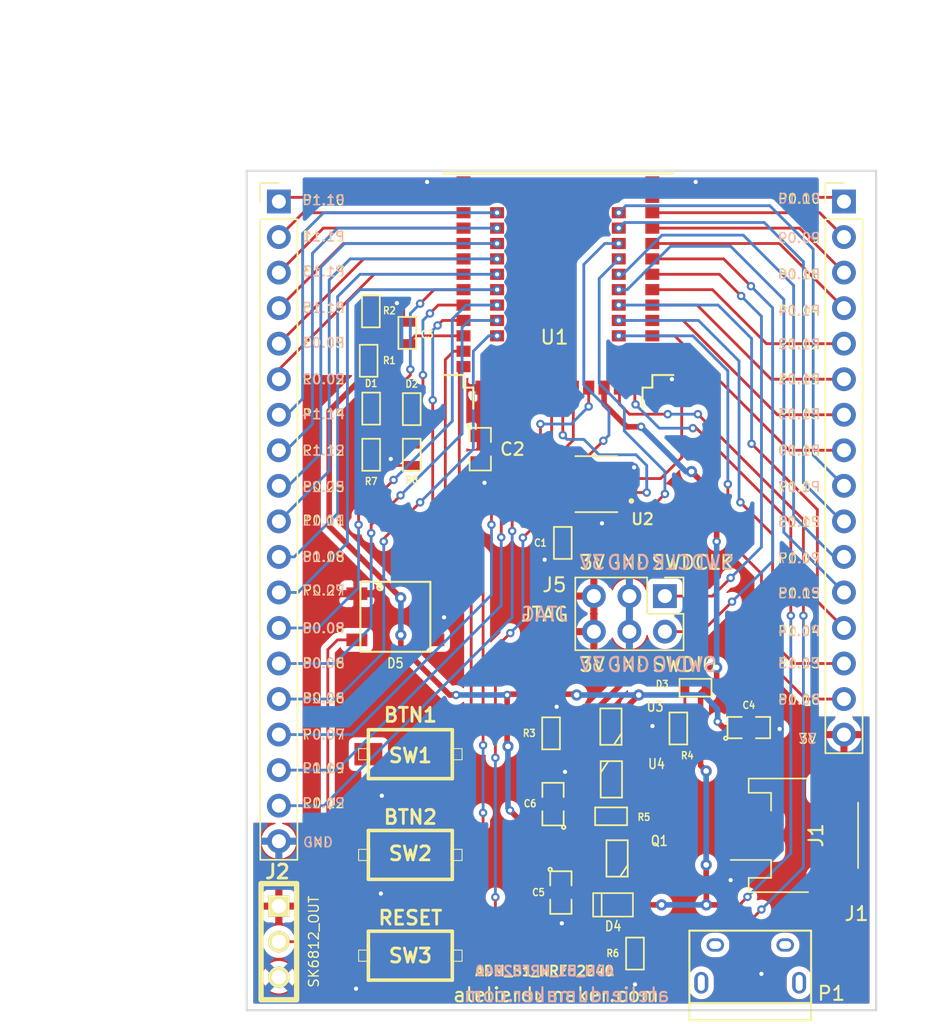
<source format=kicad_pcb>
(kicad_pcb (version 20171130) (host pcbnew "(5.1.6-0-10_14)")
  (title_block (title ADM_52840) (date 2020-10-31) (rev 1.0) (company "Atelier Du Maker") (comment 1 "Alexandre Perier-Muzet") (comment 2 "Mickael Veleine") (comment 3 "Gaetan Noël"))
  (layers (0 F.Cu signal) (31 B.Cu signal) (34 B.Paste user) (35 F.Paste user) (36 B.SilkS user) (37 F.SilkS user) (38 B.Mask user) (39 F.Mask user) (44 Edge.Cuts user))
  (net 0 "")
  (net 1 "Net-(J3-Pad1)")
  (net 2 "Net-(J3-Pad2)")
  (net 3 "Net-(J3-Pad3)")
  (net 4 "Net-(J3-Pad4)")
  (net 5 "Net-(J3-Pad5)")
  (net 6 "Net-(J3-Pad6)")
  (net 7 "Net-(J3-Pad7)")
  (net 8 GND)
  (net 9 SWDCLK)
  (net 10 SWDIO)
  (net 11 V_NRF)
  (net 12 "Net-(J3-Pad8)")
  (net 13 "Net-(J3-Pad9)")
  (net 14 "Net-(J3-Pad10)")
  (net 15 "Net-(J4-Pad5)")
  (net 16 "Net-(J4-Pad6)")
  (net 17 "Net-(J4-Pad7)")
  (net 18 "Net-(J4-Pad8)")
  (net 19 "Net-(J4-Pad9)")
  (net 20 "Net-(J4-Pad10)")
  (net 21 P0.31)
  (net 22 VBAT)
  (net 23 "Net-(C5-Pad1)")
  (net 24 "Net-(D1-Pad2)")
  (net 25 "Net-(D2-Pad2)")
  (net 26 "Net-(D3-Pad1)")
  (net 27 VBUS)
  (net 28 SK_SIGNAL)
  (net 29 "Net-(D5-Pad4)")
  (net 30 "Net-(J3-Pad11)")
  (net 31 "Net-(J3-Pad12)")
  (net 32 "Net-(J3-Pad13)")
  (net 33 "Net-(J3-Pad14)")
  (net 34 "Net-(J4-Pad1)")
  (net 35 "Net-(J4-Pad2)")
  (net 36 "Net-(J4-Pad3)")
  (net 37 "Net-(J4-Pad4)")
  (net 38 "Net-(J4-Pad11)")
  (net 39 "Net-(J4-Pad12)")
  (net 40 "Net-(J4-Pad13)")
  (net 41 "Net-(J4-Pad14)")
  (net 42 "Net-(J4-Pad15)")
  (net 43 "Net-(J4-Pad16)")
  (net 44 D-)
  (net 45 D+)
  (net 46 "Net-(R3-Pad2)")
  (net 47 "Net-(R4-Pad1)")
  (net 48 "Net-(R5-Pad1)")
  (net 49 "Net-(SW1-Pad2)")
  (net 50 "Net-(SW2-Pad2)")
  (net 51 "Net-(SW3-Pad1)")
  (net 52 QSPI_CS)
  (net 53 QSPI_0)
  (net 54 QSPI_2)
  (net 55 QSPI_3)
  (net 56 QSPI_1)
  (net 57 QSPI_CLK)
  (net 58 "Net-(J4-Pad17)")
  (net 59 "Net-(J4-Pad18)")
  (net 60 "Net-(D1-Pad1)")
  (net 61 "Net-(J3-Pad15)")
  (net 62 "Net-(D2-Pad1)")
  (net 63 "Net-(P1-Pad4)")
  (net 64 "Net-(U4-Pad4)")
  (module LEGACY:SM0603 (layer F.Cu) (at 107.48 93.59 90)
    (fp_text reference C3 (at -0.11 1.42 180) (layer F.SilkS) (effects (font (size 0.508 0.4572) (thickness 0.09906))))
    (fp_text value 1nF hide)
    (pad 2 smd rect (at 0.762 0 90) (size 0.635 1.143) (layers F.Cu F.Paste F.Mask) (net 8 GND))
    (pad 1 smd rect (at -0.762 0 90) (size 0.635 1.143) (layers F.Cu F.Paste F.Mask) (net 21 P0.31))
  )
  (module LEGACY:SM0805 (layer F.Cu) (at 117.9 127.27 90)
    (fp_text reference C6 (at 0.04 -1.64 180) (layer F.SilkS) (effects (font (size 0.508 0.4572) (thickness 0.09906))))
    (fp_text value 10microF hide)
    (pad 1 smd rect (at -0.9525 0 90) (size 0.889 1.397) (layers F.Cu F.Paste F.Mask) (net 11 V_NRF))
    (pad 2 smd rect (at 0.9525 0 90) (size 0.889 1.397) (layers F.Cu F.Paste F.Mask) (net 8 GND))
  )
  (module LEGACY:WS2812B (layer F.Cu) (at 106.63 113.88 180)
    (fp_text reference D5 (at 0 -3.32) (layer F.SilkS) (effects (font (size 0.7 0.6) (thickness 0.11))))
    (fp_text value SK6812 hide)
    (pad 2 smd rect (at -2.75 1.65) (size 1.5 0.9) (layers F.Cu F.Paste F.Mask) (net 28 SK_SIGNAL))
    (pad 3 smd rect (at 2.75 1.65) (size 1.5 0.9) (layers F.Cu F.Paste F.Mask) (net 11 V_NRF))
    (pad 4 smd rect (at 2.75 -1.65) (size 1.5 0.9) (layers F.Cu F.Paste F.Mask) (net 29 "Net-(D5-Pad4)"))
    (pad 1 smd rect (at -2.75 -1.65) (size 1.5 0.9) (layers F.Cu F.Paste F.Mask) (net 8 GND))
  )
  (module LEGACY:SM0603 (layer F.Cu) (at 104.88 92.05 90)
    (fp_text reference R2 (at 0.05 1.32) (layer F.SilkS) (effects (font (size 0.508 0.4572) (thickness 0.09906))))
    (fp_text value 2M hide)
    (pad 2 smd rect (at 0.762 0 90) (size 0.635 1.143) (layers F.Cu F.Paste F.Mask) (net 8 GND))
    (pad 1 smd rect (at -0.762 0 90) (size 0.635 1.143) (layers F.Cu F.Paste F.Mask) (net 21 P0.31))
  )
  (module LEGACY:SM0603 (layer F.Cu) (at 107.8 99.038 90)
    (fp_text reference D2 (at 1.8 0 180) (layer F.SilkS) (effects (font (size 0.508 0.4572) (thickness 0.09906))))
    (fp_text value LED2 hide)
    (pad 1 smd rect (at -0.762 0 90) (size 0.635 1.143) (layers F.Cu F.Paste F.Mask) (net 62 "Net-(D2-Pad1)"))
    (pad 2 smd rect (at 0.762 0 90) (size 0.635 1.143) (layers F.Cu F.Paste F.Mask) (net 25 "Net-(D2-Pad2)"))
  )
  (module LEGACY:SM0603 (layer F.Cu) (at 104.9 102.3 270)
    (fp_text reference R7 (at 1.9 0 180) (layer F.SilkS) (effects (font (size 0.508 0.4572) (thickness 0.09906))))
    (fp_text value 330 hide)
    (pad 1 smd rect (at -0.762 0 270) (size 0.635 1.143) (layers F.Cu F.Paste F.Mask) (net 60 "Net-(D1-Pad1)"))
    (pad 2 smd rect (at 0.762 0 270) (size 0.635 1.143) (layers F.Cu F.Paste F.Mask) (net 8 GND))
  )
  (module LEGACY:SM0805 (layer F.Cu) (at 112.7 101.9 270)
    (fp_text reference C2 (at 0 -2.3 180) (layer F.SilkS) (effects (font (size 0.9 0.9))))
    (fp_text value 10microF hide)
    (pad 2 smd rect (at 0.9525 0 270) (size 0.889 1.397) (layers F.Cu F.Paste F.Mask) (net 8 GND))
    (pad 1 smd rect (at -0.9525 0 270) (size 0.889 1.397) (layers F.Cu F.Paste F.Mask) (net 11 V_NRF))
  )
  (module LEGACY:HolyIOT-NRF52840-Module (layer F.Cu) (at 118 96)
    (fp_text reference U1 (at 0 -2.1) (layer F.SilkS))
    (fp_text value HolyIOT_NRF52840 hide)
    (pad 1 smd rect (at -6.5 -13.2) (size 1 0.8) (layers F.Cu F.Paste F.Mask) (net 8 GND) (clearance 0.1))
    (pad 2 smd rect (at -6.5 -12.1) (size 1 0.8) (layers F.Cu F.Paste F.Mask) (net 34 "Net-(J4-Pad1)") (clearance 0.1))
    (pad 3 smd rect (at -6.5 -11) (size 1 0.8) (layers F.Cu F.Paste F.Mask) (net 35 "Net-(J4-Pad2)") (clearance 0.1))
    (pad 4 smd rect (at -6.5 -9.9) (size 1 0.8) (layers F.Cu F.Paste F.Mask) (net 36 "Net-(J4-Pad3)") (clearance 0.1))
    (pad 5 smd rect (at -6.5 -8.8) (size 1 0.8) (layers F.Cu F.Paste F.Mask) (net 37 "Net-(J4-Pad4)") (clearance 0.1))
    (pad 6 smd rect (at -6.5 -7.7) (size 1 0.8) (layers F.Cu F.Paste F.Mask) (net 15 "Net-(J4-Pad5)") (clearance 0.1))
    (pad 7 smd rect (at -6.5 -6.6) (size 1 0.8) (layers F.Cu F.Paste F.Mask) (net 16 "Net-(J4-Pad6)") (clearance 0.1))
    (pad 14 smd rect (at -4.1 -11) (size 1 0.8) (layers F.Cu F.Paste F.Mask) (net 17 "Net-(J4-Pad7)") (clearance 0.1))
    (pad 15 smd rect (at -4.1 -9.9) (size 1 0.8) (layers F.Cu F.Paste F.Mask) (net 18 "Net-(J4-Pad8)") (clearance 0.1))
    (pad 16 smd rect (at -4.1 -8.8) (size 1 0.8) (layers F.Cu F.Paste F.Mask) (net 19 "Net-(J4-Pad9)") (clearance 0.1))
    (pad 17 smd rect (at -4.1 -7.7) (size 1 0.8) (layers F.Cu F.Paste F.Mask) (net 20 "Net-(J4-Pad10)") (clearance 0.1))
    (pad 18 smd rect (at -4.1 -6.6) (size 1 0.8) (layers F.Cu F.Paste F.Mask) (net 38 "Net-(J4-Pad11)") (clearance 0.1))
    (pad 19 smd rect (at -4.1 -5.5) (size 1 0.8) (layers F.Cu F.Paste F.Mask) (net 39 "Net-(J4-Pad12)") (clearance 0.1))
    (pad 20 smd rect (at -4.1 -4.4) (size 1 0.8) (layers F.Cu F.Paste F.Mask) (net 40 "Net-(J4-Pad13)") (clearance 0.1))
    (pad 21 smd rect (at -4.1 -3.3) (size 1 0.8) (layers F.Cu F.Paste F.Mask) (net 41 "Net-(J4-Pad14)") (clearance 0.1))
    (pad 22 smd rect (at -4.1 -2.2) (size 1 0.8) (layers F.Cu F.Paste F.Mask) (net 42 "Net-(J4-Pad15)") (clearance 0.1))
    (pad 26 smd rect (at 4.6 -7.7) (size 1 0.8) (layers F.Cu F.Paste F.Mask) (net 52 QSPI_CS) (clearance 0.1))
    (pad 23 smd rect (at 4.6 -11) (size 1 0.8) (layers F.Cu F.Paste F.Mask) (net 13 "Net-(J3-Pad9)") (clearance 0.1))
    (pad 28 smd rect (at 4.6 -5.5) (size 1 0.8) (layers F.Cu F.Paste F.Mask) (net 31 "Net-(J3-Pad12)") (clearance 0.1))
    (pad 31 smd rect (at 4.6 -2.2) (size 1 0.8) (layers F.Cu F.Paste F.Mask) (net 61 "Net-(J3-Pad15)") (clearance 0.1))
    (pad 30 smd rect (at 4.6 -3.3) (size 1 0.8) (layers F.Cu F.Paste F.Mask) (net 33 "Net-(J3-Pad14)") (clearance 0.1))
    (pad 29 smd rect (at 4.6 -4.4) (size 1 0.8) (layers F.Cu F.Paste F.Mask) (net 32 "Net-(J3-Pad13)") (clearance 0.1))
    (pad 24 smd rect (at 4.6 -9.9) (size 1 0.8) (layers F.Cu F.Paste F.Mask) (net 14 "Net-(J3-Pad10)") (clearance 0.1))
    (pad 25 smd rect (at 4.6 -8.8) (size 1 0.8) (layers F.Cu F.Paste F.Mask) (net 53 QSPI_0) (clearance 0.1))
    (pad 27 smd rect (at 4.6 -6.6) (size 1 0.8) (layers F.Cu F.Paste F.Mask) (net 30 "Net-(J3-Pad11)") (clearance 0.1))
    (pad 8 smd rect (at -6.5 -5.5) (size 1 0.8) (layers F.Cu F.Paste F.Mask) (net 24 "Net-(D1-Pad2)") (clearance 0.1))
    (pad 9 smd rect (at -6.5 -4.4) (size 1 0.8) (layers F.Cu F.Paste F.Mask) (net 25 "Net-(D2-Pad2)") (clearance 0.1))
    (pad 10 smd rect (at -6.5 -3.3) (size 1 0.8) (layers F.Cu F.Paste F.Mask) (net 28 SK_SIGNAL) (clearance 0.1))
    (pad 11 smd rect (at -6.5 -2.2) (size 1 0.8) (layers F.Cu F.Paste F.Mask) (net 21 P0.31) (clearance 0.1))
    (pad 12 smd rect (at -6.5 -1.1) (size 1 0.8) (layers F.Cu F.Paste F.Mask) (net 49 "Net-(SW1-Pad2)") (clearance 0.1))
    (pad 13 smd rect (at -6.5 0) (size 1 0.8) (layers F.Cu F.Paste F.Mask) (net 50 "Net-(SW2-Pad2)") (clearance 0.1))
    (pad 33 smd rect (at 7 -12.1) (size 1 0.8) (layers F.Cu F.Paste F.Mask) (net 1 "Net-(J3-Pad1)") (clearance 0.1))
    (pad 34 smd rect (at 7 -11) (size 1 0.8) (layers F.Cu F.Paste F.Mask) (net 2 "Net-(J3-Pad2)") (clearance 0.1))
    (pad 35 smd rect (at 7 -9.9) (size 1 0.8) (layers F.Cu F.Paste F.Mask) (net 3 "Net-(J3-Pad3)") (clearance 0.1))
    (pad 36 smd rect (at 7 -8.8) (size 1 0.8) (layers F.Cu F.Paste F.Mask) (net 4 "Net-(J3-Pad4)") (clearance 0.1))
    (pad 37 smd rect (at 7 -7.7) (size 1 0.8) (layers F.Cu F.Paste F.Mask) (net 10 SWDIO) (clearance 0.1))
    (pad 38 smd rect (at 7 -6.6) (size 1 0.8) (layers F.Cu F.Paste F.Mask) (net 9 SWDCLK) (clearance 0.1))
    (pad 32 smd rect (at 7 -13.2) (size 1 0.8) (layers F.Cu F.Paste F.Mask) (net 8 GND) (clearance 0.1))
    (pad 43 smd rect (at 7 -1.1) (size 1 0.8) (layers F.Cu F.Paste F.Mask) (net 54 QSPI_2) (clearance 0.1))
    (pad 44 smd rect (at 7 0) (size 1 0.8) (layers F.Cu F.Paste F.Mask) (net 8 GND) (clearance 0.1))
    (pad 39 smd rect (at 7 -5.5) (size 1 0.8) (layers F.Cu F.Paste F.Mask) (net 5 "Net-(J3-Pad5)") (clearance 0.1))
    (pad 41 smd rect (at 7 -3.3) (size 1 0.8) (layers F.Cu F.Paste F.Mask) (net 7 "Net-(J3-Pad7)") (clearance 0.1))
    (pad 42 smd rect (at 7 -2.2) (size 1 0.8) (layers F.Cu F.Paste F.Mask) (net 12 "Net-(J3-Pad8)") (clearance 0.1))
    (pad 40 smd rect (at 7 -4.4) (size 1 0.8) (layers F.Cu F.Paste F.Mask) (net 6 "Net-(J3-Pad6)") (clearance 0.1))
    (pad 54 smd rect (at -4.15 1.5 90) (size 1 0.8) (layers F.Cu F.Paste F.Mask) (net 43 "Net-(J4-Pad16)") (clearance 0.1))
    (pad 53 smd rect (at -3.05 1.5 90) (size 1 0.8) (layers F.Cu F.Paste F.Mask) (net 58 "Net-(J4-Pad17)") (clearance 0.1))
    (pad 52 smd rect (at -1.95 1.5 90) (size 1 0.8) (layers F.Cu F.Paste F.Mask) (net 59 "Net-(J4-Pad18)") (clearance 0.1))
    (pad 51 smd rect (at -0.85 1.5 90) (size 1 0.8) (layers F.Cu F.Paste F.Mask) (net 55 QSPI_3) (clearance 0.1))
    (pad 50 smd rect (at 0.25 1.5 90) (size 1 0.8) (layers F.Cu F.Paste F.Mask) (net 56 QSPI_1) (clearance 0.1))
    (pad 49 smd rect (at 1.35 1.5 90) (size 1 0.8) (layers F.Cu F.Paste F.Mask) (net 57 QSPI_CLK) (clearance 0.1))
    (pad 55 smd rect (at -5.25 1.5 90) (size 1 0.8) (layers F.Cu F.Paste F.Mask) (net 11 V_NRF) (clearance 0.1))
    (pad 48 smd rect (at 2.45 1.5 90) (size 1 0.8) (layers F.Cu F.Paste F.Mask) (net 51 "Net-(SW3-Pad1)") (clearance 0.1))
    (pad 46 smd rect (at 4.65 1.5 90) (size 1 0.8) (layers F.Cu F.Paste F.Mask) (net 45 D+) (clearance 0.1))
    (pad 45 smd rect (at 5.75 1.5 90) (size 1 0.8) (layers F.Cu F.Paste F.Mask) (net 44 D-) (clearance 0.1))
    (pad 47 smd rect (at 3.55 1.5 90) (size 1 0.8) (layers F.Cu F.Paste F.Mask) (net 27 VBUS) (clearance 0.1))
  )
  (module Connector_JST:JST_PH_S2B-PH-SM4-TB_1x02-1MP_P2.00mm_Horizontal (layer F.Cu) (at 135.2 129.5 90)
    (fp_text reference J1 (at -5.6 4.4 180) (layer F.SilkS))
    (fp_text value JST)
    (fp_text user %R (at 0 1.5 90) (layer F.SilkS))
    (pad 1 smd roundrect (at -1 -2.85 90) (size 1 3.5) (layers F.Cu F.Paste F.Mask) (net 8 GND))
    (pad 2 smd roundrect (at 1 -2.85 90) (size 1 3.5) (layers F.Cu F.Paste F.Mask) (net 22 VBAT))
    (pad MP smd roundrect (at -3.35 2.9 90) (size 1.5 3.4) (layers F.Cu F.Paste F.Mask) (roundrect_rratio 0.166667))
    (pad MP smd roundrect (at 3.35 2.9 90) (size 1.5 3.4) (layers F.Cu F.Paste F.Mask) (roundrect_rratio 0.166667))
  )
  (module LEGACY:SM0603 (layer F.Cu) (at 118.6 108.6 270)
    (fp_text reference C1 (at 0 1.6 180) (layer F.SilkS) (effects (font (size 0.508 0.4572) (thickness 0.09906))))
    (fp_text value 100nF hide)
    (pad 1 smd rect (at -0.762 0 270) (size 0.635 1.143) (layers F.Cu F.Paste F.Mask) (net 11 V_NRF))
    (pad 2 smd rect (at 0.762 0 270) (size 0.635 1.143) (layers F.Cu F.Paste F.Mask) (net 8 GND))
  )
  (module LEGACY:SM0805 (layer F.Cu) (at 131.9 121.8)
    (fp_text reference C4 (at 0 -1.6) (layer F.SilkS) (effects (font (size 0.508 0.4572) (thickness 0.09906))))
    (fp_text value 10microF hide)
    (pad 1 smd rect (at -0.9525 0) (size 0.889 1.397) (layers F.Cu F.Paste F.Mask) (net 22 VBAT))
    (pad 2 smd rect (at 0.9525 0) (size 0.889 1.397) (layers F.Cu F.Paste F.Mask) (net 8 GND))
  )
  (module LEGACY:SM0805 (layer F.Cu) (at 118.46 133.59 270)
    (fp_text reference C5 (at -0.01 1.6 180) (layer F.SilkS) (effects (font (size 0.508 0.4572) (thickness 0.09906))))
    (fp_text value 10microF hide)
    (pad 2 smd rect (at 0.9525 0 270) (size 0.889 1.397) (layers F.Cu F.Paste F.Mask) (net 8 GND))
    (pad 1 smd rect (at -0.9525 0 270) (size 0.889 1.397) (layers F.Cu F.Paste F.Mask) (net 23 "Net-(C5-Pad1)"))
  )
  (module LEGACY:SOD-123 (layer F.Cu) (at 122.19 134.47)
    (fp_text reference D4 (at 0.01 1.53) (layer F.SilkS) (effects (font (size 0.7 0.6) (thickness 0.11))))
    (fp_text value MBR120 hide)
    (pad 2 smd rect (at 1.5748 0) (size 0.89916 0.94996) (layers F.Cu F.Paste F.Mask) (net 27 VBUS))
    (pad 1 smd rect (at -1.5748 0) (size 0.89916 0.94996) (layers F.Cu F.Paste F.Mask) (net 23 "Net-(C5-Pad1)"))
  )
  (module LEGACY:pin_array_3x1 (layer F.Cu) (at 98.3 137.1 270)
    (fp_text reference J2 (at -5 0.1 180) (layer F.SilkS) (effects (font (thickness 0.2))))
    (fp_text value SK6812_OUT (at 0 -2.5 90) (layer F.SilkS) (effects (font (size 0.7 0.7) (thickness 0.1))))
    (pad 1 thru_hole rect (at -2.54 0 270) (size 1.524 1.524) (drill 1.016) (layers *.Cu *.Mask F.SilkS) (net 11 V_NRF))
    (pad 2 thru_hole circle (at 0 0 270) (size 1.524 1.524) (drill 1.016) (layers *.Cu *.Mask F.SilkS) (net 29 "Net-(D5-Pad4)"))
    (pad 3 thru_hole circle (at 2.54 0 270) (size 1.524 1.524) (drill 1.016) (layers *.Cu *.Mask F.SilkS) (net 8 GND))
  )
  (module LEGACY:USB_Micro-B (layer F.Cu) (at 132 138.9)
    (fp_text reference P1 (at 5.8 1.9) (layer F.SilkS))
    (fp_text value USB_micro_B hide)
    (pad 1 smd rect (at -1.3009 -1.56254 90) (size 1.35 0.4) (layers F.Cu F.Paste F.Mask) (net 27 VBUS))
    (pad 2 smd rect (at -0.6509 -1.56254 90) (size 1.35 0.4) (layers F.Cu F.Paste F.Mask) (net 44 D-))
    (pad 3 smd rect (at -0.0009 -1.56254 90) (size 1.35 0.4) (layers F.Cu F.Paste F.Mask) (net 45 D+))
    (pad 4 smd rect (at 0.6491 -1.56254 90) (size 1.35 0.4) (layers F.Cu F.Paste F.Mask) (net 63 "Net-(P1-Pad4)"))
    (pad 5 smd rect (at 1.2991 -1.56254 90) (size 1.35 0.4) (layers F.Cu F.Paste F.Mask) (net 8 GND))
    (pad 6 thru_hole oval (at -2.5009 -1.56254 90) (size 0.95 1.25) (drill oval 0.55 0.85) (layers *.Cu *.Mask))
    (pad 6 thru_hole oval (at 2.4991 -1.56254 90) (size 0.95 1.25) (drill oval 0.55 0.85) (layers *.Cu *.Mask))
    (pad 6 thru_hole oval (at -3.5009 1.13746 90) (size 1.55 1) (drill oval 1.15 0.5) (layers *.Cu *.Mask))
    (pad 6 thru_hole oval (at 3.4991 1.13746 90) (size 1.55 1) (drill oval 1.15 0.5) (layers *.Cu *.Mask))
  )
  (module LEGACY:SOT23 (layer F.Cu) (at 122.48 131.12 90)
    (fp_text reference Q1 (at 1.22 3.02 180) (layer F.SilkS) (effects (font (size 0.7 0.6) (thickness 0.11))))
    (fp_text value DMP2045U hide)
    (pad 3 smd rect (at 0 -1.27 90) (size 0.70104 0.89916) (layers F.Cu F.Paste F.Mask) (net 22 VBAT))
    (pad 2 smd rect (at 0.9525 1.27 90) (size 0.70104 0.89916) (layers F.Cu F.Paste F.Mask) (net 23 "Net-(C5-Pad1)"))
    (pad 1 smd rect (at -0.9525 1.27 90) (size 0.70104 0.89916) (layers F.Cu F.Paste F.Mask) (net 27 VBUS))
  )
  (module LEGACY:SWITCH_CMS (layer F.Cu) (at 107.7 123.7)
    (fp_text reference SW1 (at 0 0.1) (layer F.SilkS) (effects (font (thickness 0.2))))
    (fp_text value BTN1 (at 0 -2.8) (layer F.SilkS) (effects (font (thickness 0.2))))
    (pad 2 smd rect (at 2.99974 0) (size 1.99898 1.6002) (layers F.Cu F.Paste F.Mask) (net 49 "Net-(SW1-Pad2)"))
    (pad 1 smd rect (at -2.99974 0) (size 1.99898 1.6002) (layers F.Cu F.Paste F.Mask) (net 8 GND))
  )
  (module LEGACY:SWITCH_CMS (layer F.Cu) (at 107.7 130.9)
    (fp_text reference SW2 (at 0 -0.1) (layer F.SilkS) (effects (font (thickness 0.2))))
    (fp_text value BTN2 (at 0 -2.7) (layer F.SilkS) (effects (font (thickness 0.2))))
    (pad 1 smd rect (at -2.99974 0) (size 1.99898 1.6002) (layers F.Cu F.Paste F.Mask) (net 8 GND))
    (pad 2 smd rect (at 2.99974 0) (size 1.99898 1.6002) (layers F.Cu F.Paste F.Mask) (net 50 "Net-(SW2-Pad2)"))
  )
  (module LEGACY:SWITCH_CMS (layer F.Cu) (at 107.7 138.1 180)
    (fp_text reference SW3 (at 0 0) (layer F.SilkS) (effects (font (thickness 0.2))))
    (fp_text value RESET (at 0 2.7) (layer F.SilkS) (effects (font (thickness 0.2))))
    (pad 1 smd rect (at -2.99974 0 180) (size 1.99898 1.6002) (layers F.Cu F.Paste F.Mask) (net 51 "Net-(SW3-Pad1)"))
    (pad 2 smd rect (at 2.99974 0 180) (size 1.99898 1.6002) (layers F.Cu F.Paste F.Mask) (net 8 GND))
  )
  (module LEGACY:SON80P400X300X60-10N (layer F.Cu) (at 121 104.4 180)
    (fp_text reference U2 (at -3.3 -2.5) (layer F.SilkS) (effects (font (size 0.8 0.8))))
    (fp_text value GD25Q16 hide)
    (pad 1 smd rect (at -1.335 -1.2 180) (size 1.06 0.32) (layers F.Cu F.Paste F.Mask) (net 52 QSPI_CS))
    (pad 2 smd rect (at -1.335 -0.4 180) (size 1.06 0.32) (layers F.Cu F.Paste F.Mask) (net 56 QSPI_1))
    (pad 3 smd rect (at -1.335 0.4 180) (size 1.06 0.32) (layers F.Cu F.Paste F.Mask) (net 54 QSPI_2))
    (pad 4 smd rect (at -1.335 1.2 180) (size 1.06 0.32) (layers F.Cu F.Paste F.Mask) (net 8 GND))
    (pad 5 smd rect (at 1.335 1.2 180) (size 1.06 0.32) (layers F.Cu F.Paste F.Mask) (net 53 QSPI_0))
    (pad 6 smd rect (at 1.335 0.4 180) (size 1.06 0.32) (layers F.Cu F.Paste F.Mask) (net 57 QSPI_CLK))
    (pad 7 smd rect (at 1.335 -0.4 180) (size 1.06 0.32) (layers F.Cu F.Paste F.Mask) (net 55 QSPI_3))
    (pad 8 smd rect (at 1.335 -1.2 180) (size 1.06 0.32) (layers F.Cu F.Paste F.Mask) (net 11 V_NRF))
    (pad 9 smd rect (at 0 -0.8 180) (size 0.2 0.8) (layers F.Cu F.Mask) (net 8 GND))
    (pad 10 smd rect (at 0 0.8 180) (size 0.2 0.8) (layers F.Cu F.Mask))
  )
  (module LEGACY:SOT23-5 (layer F.Cu) (at 122.07 125.53 270)
    (fp_text reference U4 (at -1.13 -3.23 180) (layer F.SilkS) (effects (font (size 0.7 0.6) (thickness 0.11))))
    (fp_text value AP2127K-3.3 hide)
    (pad 1 smd rect (at -0.9525 1.30048 270) (size 0.55118 1.00076) (layers F.Cu F.Paste F.Mask) (net 23 "Net-(C5-Pad1)"))
    (pad 3 smd rect (at 0.9525 1.30048 270) (size 0.55118 1.00076) (layers F.Cu F.Paste F.Mask) (net 48 "Net-(R5-Pad1)"))
    (pad 5 smd rect (at -0.94996 -1.30048 270) (size 0.55118 1.00076) (layers F.Cu F.Paste F.Mask) (net 11 V_NRF))
    (pad 4 smd rect (at 0.94996 -1.30048 270) (size 0.55118 1.00076) (layers F.Cu F.Paste F.Mask) (net 64 "Net-(U4-Pad4)"))
    (pad 2 smd rect (at 0 1.30048 270) (size 0.55118 1.00076) (layers F.Cu F.Paste F.Mask) (net 8 GND))
  )
  (module LEGACY:SM0603 (layer F.Cu) (at 104.9 99 90)
    (fp_text reference D1 (at 1.8 0 180) (layer F.SilkS) (effects (font (size 0.508 0.4572) (thickness 0.09906))))
    (fp_text value LED1 hide)
    (pad 2 smd rect (at 0.762 0 90) (size 0.635 1.143) (layers F.Cu F.Paste F.Mask) (net 24 "Net-(D1-Pad2)"))
    (pad 1 smd rect (at -0.762 0 90) (size 0.635 1.143) (layers F.Cu F.Paste F.Mask) (net 60 "Net-(D1-Pad1)"))
  )
  (module LEGACY:SM0603 (layer F.Cu) (at 128.088 118.95)
    (fp_text reference D3 (at -2.388 -0.25 180) (layer F.SilkS) (effects (font (size 0.508 0.4572) (thickness 0.09906))))
    (fp_text value LED3 hide)
    (pad 1 smd rect (at -0.762 0) (size 0.635 1.143) (layers F.Cu F.Paste F.Mask) (net 26 "Net-(D3-Pad1)"))
    (pad 2 smd rect (at 0.762 0) (size 0.635 1.143) (layers F.Cu F.Paste F.Mask) (net 27 VBUS))
  )
  (module LEGACY:SM0603 (layer F.Cu) (at 104.72 95.58 90)
    (fp_text reference R1 (at 0.02 1.48 180) (layer F.SilkS) (effects (font (size 0.508 0.4572) (thickness 0.09906))))
    (fp_text value 806K hide)
    (pad 1 smd rect (at -0.762 0 90) (size 0.635 1.143) (layers F.Cu F.Paste F.Mask) (net 22 VBAT))
    (pad 2 smd rect (at 0.762 0 90) (size 0.635 1.143) (layers F.Cu F.Paste F.Mask) (net 21 P0.31))
  )
  (module LEGACY:SM0603 (layer F.Cu) (at 117.76 122.21 270)
    (fp_text reference R3 (at -0.01 1.56 180) (layer F.SilkS) (effects (font (size 0.508 0.4572) (thickness 0.09906))))
    (fp_text value 10K hide)
    (pad 1 smd rect (at -0.762 0 270) (size 0.635 1.143) (layers F.Cu F.Paste F.Mask) (net 8 GND))
    (pad 2 smd rect (at 0.762 0 270) (size 0.635 1.143) (layers F.Cu F.Paste F.Mask) (net 46 "Net-(R3-Pad2)"))
  )
  (module LEGACY:SM0603 (layer F.Cu) (at 126.86 121.862 90)
    (fp_text reference R4 (at -1.938 0.64 180) (layer F.SilkS) (effects (font (size 0.508 0.4572) (thickness 0.09906))))
    (fp_text value 1K hide)
    (pad 2 smd rect (at 0.762 0 90) (size 0.635 1.143) (layers F.Cu F.Paste F.Mask) (net 26 "Net-(D3-Pad1)"))
    (pad 1 smd rect (at -0.762 0 90) (size 0.635 1.143) (layers F.Cu F.Paste F.Mask) (net 47 "Net-(R4-Pad1)"))
  )
  (module LEGACY:SM0603 (layer F.Cu) (at 122.052 128.14)
    (fp_text reference R5 (at 2.348 0.06) (layer F.SilkS) (effects (font (size 0.508 0.4572) (thickness 0.09906))))
    (fp_text value 100K hide)
    (pad 1 smd rect (at -0.762 0) (size 0.635 1.143) (layers F.Cu F.Paste F.Mask) (net 48 "Net-(R5-Pad1)"))
    (pad 2 smd rect (at 0.762 0) (size 0.635 1.143) (layers F.Cu F.Paste F.Mask) (net 23 "Net-(C5-Pad1)"))
  )
  (module LEGACY:SM0603 (layer F.Cu) (at 123.76 137.95 90)
    (fp_text reference R6 (at 0.02 -1.59 180) (layer F.SilkS) (effects (font (size 0.508 0.4572) (thickness 0.09906))))
    (fp_text value 100K hide)
    (pad 2 smd rect (at 0.762 0 90) (size 0.635 1.143) (layers F.Cu F.Paste F.Mask) (net 27 VBUS))
    (pad 1 smd rect (at -0.762 0 90) (size 0.635 1.143) (layers F.Cu F.Paste F.Mask) (net 8 GND))
  )
  (module LEGACY:SM0603 (layer F.Cu) (at 107.8 102.3 270)
    (fp_text reference R8 (at 1.8 0 180) (layer F.SilkS) (effects (font (size 0.508 0.4572) (thickness 0.09906))))
    (fp_text value 330 hide)
    (pad 2 smd rect (at 0.762 0 270) (size 0.635 1.143) (layers F.Cu F.Paste F.Mask) (net 8 GND))
    (pad 1 smd rect (at -0.762 0 270) (size 0.635 1.143) (layers F.Cu F.Paste F.Mask) (net 62 "Net-(D2-Pad1)"))
  )
  (module LEGACY:SOT23-5 (layer F.Cu) (at 122.04 121.7 90)
    (fp_text reference U3 (at 1.4 3.16 180) (layer F.SilkS) (effects (font (size 0.7 0.6) (thickness 0.11))))
    (fp_text value MCP73831 hide)
    (pad 2 smd rect (at 0 1.30048 90) (size 0.55118 1.00076) (layers F.Cu F.Paste F.Mask) (net 8 GND))
    (pad 4 smd rect (at 0.94996 -1.30048 90) (size 0.55118 1.00076) (layers F.Cu F.Paste F.Mask) (net 27 VBUS))
    (pad 5 smd rect (at -0.94996 -1.30048 90) (size 0.55118 1.00076) (layers F.Cu F.Paste F.Mask) (net 46 "Net-(R3-Pad2)"))
    (pad 3 smd rect (at 0.9525 1.30048 90) (size 0.55118 1.00076) (layers F.Cu F.Paste F.Mask) (net 22 VBAT))
    (pad 1 smd rect (at -0.9525 1.30048 90) (size 0.55118 1.00076) (layers F.Cu F.Paste F.Mask) (net 47 "Net-(R4-Pad1)"))
  )
  (module Connector_PinHeader_2.54mm:PinHeader_1x16_P2.54mm_Vertical (layer F.Cu) (at 138.7 84.2)
    (fp_text reference J3 hide)
    (fp_text value Conn_01x16_Male)
    (pad 1 thru_hole rect (at 0 0) (size 1.7 1.7) (drill 1) (layers *.Cu *.Mask) (net 1 "Net-(J3-Pad1)"))
    (pad 2 thru_hole oval (at 0 2.54) (size 1.7 1.7) (drill 1) (layers *.Cu *.Mask) (net 2 "Net-(J3-Pad2)"))
    (pad 3 thru_hole oval (at 0 5.08) (size 1.7 1.7) (drill 1) (layers *.Cu *.Mask) (net 3 "Net-(J3-Pad3)"))
    (pad 4 thru_hole oval (at 0 7.62) (size 1.7 1.7) (drill 1) (layers *.Cu *.Mask) (net 4 "Net-(J3-Pad4)"))
    (pad 5 thru_hole oval (at 0 10.16) (size 1.7 1.7) (drill 1) (layers *.Cu *.Mask) (net 5 "Net-(J3-Pad5)"))
    (pad 6 thru_hole oval (at 0 12.7) (size 1.7 1.7) (drill 1) (layers *.Cu *.Mask) (net 6 "Net-(J3-Pad6)"))
    (pad 7 thru_hole oval (at 0 15.24) (size 1.7 1.7) (drill 1) (layers *.Cu *.Mask) (net 7 "Net-(J3-Pad7)"))
    (pad 8 thru_hole oval (at 0 17.78) (size 1.7 1.7) (drill 1) (layers *.Cu *.Mask) (net 12 "Net-(J3-Pad8)"))
    (pad 9 thru_hole oval (at 0 20.32) (size 1.7 1.7) (drill 1) (layers *.Cu *.Mask) (net 13 "Net-(J3-Pad9)"))
    (pad 10 thru_hole oval (at 0 22.86) (size 1.7 1.7) (drill 1) (layers *.Cu *.Mask) (net 14 "Net-(J3-Pad10)"))
    (pad 11 thru_hole oval (at 0 25.4) (size 1.7 1.7) (drill 1) (layers *.Cu *.Mask) (net 30 "Net-(J3-Pad11)"))
    (pad 12 thru_hole oval (at 0 27.94) (size 1.7 1.7) (drill 1) (layers *.Cu *.Mask) (net 31 "Net-(J3-Pad12)"))
    (pad 13 thru_hole oval (at 0 30.48) (size 1.7 1.7) (drill 1) (layers *.Cu *.Mask) (net 32 "Net-(J3-Pad13)"))
    (pad 14 thru_hole oval (at 0 33.02) (size 1.7 1.7) (drill 1) (layers *.Cu *.Mask) (net 33 "Net-(J3-Pad14)"))
    (pad 15 thru_hole oval (at 0 35.56) (size 1.7 1.7) (drill 1) (layers *.Cu *.Mask) (net 61 "Net-(J3-Pad15)"))
    (pad 16 thru_hole oval (at 0 38.1) (size 1.7 1.7) (drill 1) (layers *.Cu *.Mask) (net 11 V_NRF))
  )
  (module Connector_PinHeader_2.54mm:PinHeader_1x19_P2.54mm_Vertical (layer F.Cu) (at 98.3 84.2)
    (fp_text reference J4 hide)
    (fp_text value Conn_01x19_Male)
    (pad 1 thru_hole rect (at 0 0) (size 1.7 1.7) (drill 1) (layers *.Cu *.Mask) (net 34 "Net-(J4-Pad1)"))
    (pad 2 thru_hole oval (at 0 2.54) (size 1.7 1.7) (drill 1) (layers *.Cu *.Mask) (net 35 "Net-(J4-Pad2)"))
    (pad 3 thru_hole oval (at 0 5.08) (size 1.7 1.7) (drill 1) (layers *.Cu *.Mask) (net 36 "Net-(J4-Pad3)"))
    (pad 4 thru_hole oval (at 0 7.62) (size 1.7 1.7) (drill 1) (layers *.Cu *.Mask) (net 37 "Net-(J4-Pad4)"))
    (pad 5 thru_hole oval (at 0 10.16) (size 1.7 1.7) (drill 1) (layers *.Cu *.Mask) (net 15 "Net-(J4-Pad5)"))
    (pad 6 thru_hole oval (at 0 12.7) (size 1.7 1.7) (drill 1) (layers *.Cu *.Mask) (net 16 "Net-(J4-Pad6)"))
    (pad 7 thru_hole oval (at 0 15.24) (size 1.7 1.7) (drill 1) (layers *.Cu *.Mask) (net 17 "Net-(J4-Pad7)"))
    (pad 8 thru_hole oval (at 0 17.78) (size 1.7 1.7) (drill 1) (layers *.Cu *.Mask) (net 18 "Net-(J4-Pad8)"))
    (pad 9 thru_hole oval (at 0 20.32) (size 1.7 1.7) (drill 1) (layers *.Cu *.Mask) (net 19 "Net-(J4-Pad9)"))
    (pad 10 thru_hole oval (at 0 22.86) (size 1.7 1.7) (drill 1) (layers *.Cu *.Mask) (net 20 "Net-(J4-Pad10)"))
    (pad 11 thru_hole oval (at 0 25.4) (size 1.7 1.7) (drill 1) (layers *.Cu *.Mask) (net 38 "Net-(J4-Pad11)"))
    (pad 12 thru_hole oval (at 0 27.94) (size 1.7 1.7) (drill 1) (layers *.Cu *.Mask) (net 39 "Net-(J4-Pad12)"))
    (pad 13 thru_hole oval (at 0 30.48) (size 1.7 1.7) (drill 1) (layers *.Cu *.Mask) (net 40 "Net-(J4-Pad13)"))
    (pad 14 thru_hole oval (at 0 33.02) (size 1.7 1.7) (drill 1) (layers *.Cu *.Mask) (net 41 "Net-(J4-Pad14)"))
    (pad 15 thru_hole oval (at 0 35.56) (size 1.7 1.7) (drill 1) (layers *.Cu *.Mask) (net 42 "Net-(J4-Pad15)"))
    (pad 16 thru_hole oval (at 0 38.1) (size 1.7 1.7) (drill 1) (layers *.Cu *.Mask) (net 43 "Net-(J4-Pad16)"))
    (pad 17 thru_hole oval (at 0 40.64) (size 1.7 1.7) (drill 1) (layers *.Cu *.Mask) (net 58 "Net-(J4-Pad17)"))
    (pad 18 thru_hole oval (at 0 43.18) (size 1.7 1.7) (drill 1) (layers *.Cu *.Mask) (net 59 "Net-(J4-Pad18)"))
    (pad 19 thru_hole oval (at 0 45.72) (size 1.7 1.7) (drill 1) (layers *.Cu *.Mask) (net 8 GND))
  )
  (module Connector_PinHeader_2.54mm:PinHeader_2x03_P2.54mm_Vertical (layer F.Cu) (at 125.9 112.4 270)
    (fp_text reference J5 (at -0.8 7.9 180) (layer F.SilkS))
    (fp_text value JTAG (at 1.3 8.6 180) (layer F.SilkS))
    (pad 1 thru_hole rect (at 0 0 270) (size 1.7 1.7) (drill 1) (layers *.Cu *.Mask) (net 9 SWDCLK))
    (pad 2 thru_hole oval (at 2.54 0 270) (size 1.7 1.7) (drill 1) (layers *.Cu *.Mask) (net 10 SWDIO))
    (pad 3 thru_hole oval (at 0 2.54 270) (size 1.7 1.7) (drill 1) (layers *.Cu *.Mask) (net 8 GND))
    (pad 4 thru_hole oval (at 2.54 2.54 270) (size 1.7 1.7) (drill 1) (layers *.Cu *.Mask) (net 8 GND))
    (pad 5 thru_hole oval (at 0 5.08 270) (size 1.7 1.7) (drill 1) (layers *.Cu *.Mask) (net 11 V_NRF))
    (pad 6 thru_hole oval (at 2.54 5.08 270) (size 1.7 1.7) (drill 1) (layers *.Cu *.Mask) (net 11 V_NRF))
  )
  (gr_text JTAG (at 117.3 113.7) (layer B.SilkS) (effects (font (size 1 1)) (justify mirror)))
  (gr_text SWDCLK (at 127.9 110) (layer B.SilkS) (effects (font (size 1 1)) (justify mirror)))
  (gr_text SWDIO (at 127.3 117.3) (layer B.SilkS) (effects (font (size 1 1)) (justify mirror)))
  (gr_text GND (at 123.3 117.3) (layer B.SilkS) (effects (font (size 1 1)) (justify mirror)))
  (gr_text 3V (at 120.7 117.3) (layer B.SilkS) (effects (font (size 1 1)) (justify mirror)))
  (gr_text GND (at 123.3 110) (layer B.SilkS) (effects (font (size 1 1)) (justify mirror)))
  (gr_text 3V (at 120.7 110) (layer B.SilkS) (effects (font (size 1 1)) (justify mirror)))
  (gr_text ADM_B1_NRF52840 (at 117.3 139.2) (layer B.SilkS) (effects (font (size 0.7 0.7)) (justify mirror)))
  (gr_text "atelierdumaker.com " (at 118.5 140.9) (layer B.SilkS) (effects (font (size 1 1)) (justify mirror)))
  (gr_text ADM_B1_NRF52840 (at 117.3 139.2) (layer F.SilkS) (effects (font (size 0.7 0.7))))
  (gr_text "atelierdumaker.com " (at 118.5 140.9) (layer F.SilkS) (effects (font (size 1 1))))
  (gr_text P0.10 (at 135.5 84) (layer B.SilkS) (effects (font (size 0.7 0.7) (thickness 0.1)) (justify mirror)))
  (gr_text P0.09 (at 135.5 86.8) (layer B.SilkS) (effects (font (size 0.7 0.7) (thickness 0.1)) (justify mirror)))
  (gr_text P1.06 (at 135.5 89.4) (layer B.SilkS) (effects (font (size 0.7 0.7) (thickness 0.1)) (justify mirror)))
  (gr_text P1.04 (at 135.5 92) (layer B.SilkS) (effects (font (size 0.7 0.7) (thickness 0.1)) (justify mirror)))
  (gr_text P1.02 (at 135.5 94.4) (layer B.SilkS) (effects (font (size 0.7 0.7) (thickness 0.1)) (justify mirror)))
  (gr_text P1.01 (at 135.5 96.9) (layer B.SilkS) (effects (font (size 0.7 0.7) (thickness 0.1)) (justify mirror)))
  (gr_text P1.03 (at 135.5 99.4) (layer B.SilkS) (effects (font (size 0.7 0.7) (thickness 0.1)) (justify mirror)))
  (gr_text P1.00 (at 135.5 102) (layer B.SilkS) (effects (font (size 0.7 0.7) (thickness 0.1)) (justify mirror)))
  (gr_text P1.07 (at 135.5 104.6) (layer B.SilkS) (effects (font (size 0.7 0.7) (thickness 0.1)) (justify mirror)))
  (gr_text P1.05 (at 135.5 107.1) (layer B.SilkS) (effects (font (size 0.7 0.7) (thickness 0.1)) (justify mirror)))
  (gr_text P0.17 (at 135.5 109.7) (layer B.SilkS) (effects (font (size 0.7 0.7) (thickness 0.1)) (justify mirror)))
  (gr_text P0.15 (at 135.5 112.2) (layer B.SilkS) (effects (font (size 0.7 0.7) (thickness 0.1)) (justify mirror)))
  (gr_text P0.14 (at 135.5 114.9) (layer B.SilkS) (effects (font (size 0.7 0.7) (thickness 0.1)) (justify mirror)))
  (gr_text P0.13 (at 135.5 117.2) (layer B.SilkS) (effects (font (size 0.7 0.7) (thickness 0.1)) (justify mirror)))
  (gr_text P0.16 (at 135.5 119.8) (layer B.SilkS) (effects (font (size 0.7 0.7) (thickness 0.1)) (justify mirror)))
  (gr_text 3V (at 136.1 122.6) (layer B.SilkS) (effects (font (size 0.7 0.7) (thickness 0.1)) (justify mirror)))
  (gr_text GND (at 101.1 130) (layer B.SilkS) (effects (font (size 0.7 0.7) (thickness 0.1)) (justify mirror)))
  (gr_text 3V (at 136.1 122.6) (layer F.SilkS) (effects (font (size 0.7 0.7) (thickness 0.1))))
  (gr_text P0.16 (at 135.5 119.8) (layer F.SilkS) (effects (font (size 0.7 0.7) (thickness 0.1))))
  (gr_text P0.13 (at 135.5 117.2) (layer F.SilkS) (effects (font (size 0.7 0.7) (thickness 0.1))))
  (gr_text P0.14 (at 135.5 114.9) (layer F.SilkS) (effects (font (size 0.7 0.7) (thickness 0.1))))
  (gr_text P0.15 (at 135.5 112.2) (layer F.SilkS) (effects (font (size 0.7 0.7) (thickness 0.1))))
  (gr_text P0.17 (at 135.5 109.7) (layer F.SilkS) (effects (font (size 0.7 0.7) (thickness 0.1))))
  (gr_text P1.05 (at 135.5 107.1) (layer F.SilkS) (effects (font (size 0.7 0.7) (thickness 0.1))))
  (gr_text P1.07 (at 135.5 104.6) (layer F.SilkS) (effects (font (size 0.7 0.7) (thickness 0.1))))
  (gr_text P1.00 (at 135.5 102) (layer F.SilkS) (effects (font (size 0.7 0.7) (thickness 0.1))))
  (gr_text P1.03 (at 135.5 99.4) (layer F.SilkS) (effects (font (size 0.7 0.7) (thickness 0.1))))
  (gr_text P1.01 (at 135.5 96.9) (layer F.SilkS) (effects (font (size 0.7 0.7) (thickness 0.1))))
  (gr_text P1.02 (at 135.5 94.4) (layer F.SilkS) (effects (font (size 0.7 0.7) (thickness 0.1))))
  (gr_text P1.04 (at 135.5 92) (layer F.SilkS) (effects (font (size 0.7 0.7) (thickness 0.1))))
  (gr_text P1.06 (at 135.5 89.4) (layer F.SilkS) (effects (font (size 0.7 0.7) (thickness 0.1))))
  (gr_text P0.09 (at 135.5 86.8) (layer F.SilkS) (effects (font (size 0.7 0.7) (thickness 0.1))))
  (gr_text P0.10 (at 135.5 84) (layer F.SilkS) (effects (font (size 0.7 0.7) (thickness 0.1))))
  (gr_text GND (at 123.3 117.3) (layer F.SilkS) (effects (font (size 1 1))))
  (gr_text 3V (at 120.7 117.3) (layer F.SilkS) (effects (font (size 1 1))))
  (gr_text SWDCLK (at 127.9 110) (layer F.SilkS) (effects (font (size 1 1))))
  (gr_text SWDIO (at 127.3 117.3) (layer F.SilkS) (effects (font (size 1 1))))
  (gr_text GND (at 123.3 110) (layer F.SilkS) (effects (font (size 1 1))))
  (gr_text 3V (at 120.7 110) (layer F.SilkS) (effects (font (size 1 1))))
  (gr_text P1.10 (at 101.5 84.1) (layer B.SilkS) (effects (font (size 0.7 0.7) (thickness 0.1)) (justify mirror)))
  (gr_text P1.11 (at 101.5 86.7) (layer B.SilkS) (effects (font (size 0.7 0.7) (thickness 0.1)) (justify mirror)))
  (gr_text P1.13 (at 101.5 89.2) (layer B.SilkS) (effects (font (size 0.7 0.7) (thickness 0.1)) (justify mirror)))
  (gr_text P1.15 (at 101.5 91.8) (layer B.SilkS) (effects (font (size 0.7 0.7) (thickness 0.1)) (justify mirror)))
  (gr_text P0.03 (at 101.5 94.3) (layer B.SilkS) (effects (font (size 0.7 0.7) (thickness 0.1)) (justify mirror)))
  (gr_text P0.02 (at 101.5 96.9) (layer B.SilkS) (effects (font (size 0.7 0.7) (thickness 0.1)) (justify mirror)))
  (gr_text P1.14 (at 101.5 99.4) (layer B.SilkS) (effects (font (size 0.7 0.7) (thickness 0.1)) (justify mirror)))
  (gr_text P1.12 (at 101.5 102) (layer B.SilkS) (effects (font (size 0.7 0.7) (thickness 0.1)) (justify mirror)))
  (gr_text P0.25 (at 101.5 104.6) (layer B.SilkS) (effects (font (size 0.7 0.7) (thickness 0.1)) (justify mirror)))
  (gr_text P0.11 (at 101.5 107) (layer B.SilkS) (effects (font (size 0.7 0.7) (thickness 0.1)) (justify mirror)))
  (gr_text P1.08 (at 101.5 109.6) (layer B.SilkS) (effects (font (size 0.7 0.7) (thickness 0.1)) (justify mirror)))
  (gr_text P0.27 (at 101.5 112) (layer B.SilkS) (effects (font (size 0.7 0.7) (thickness 0.1)) (justify mirror)))
  (gr_text P0.08 (at 101.5 114.7) (layer B.SilkS) (effects (font (size 0.7 0.7) (thickness 0.1)) (justify mirror)))
  (gr_text P0.06 (at 101.5 117.2) (layer B.SilkS) (effects (font (size 0.7 0.7) (thickness 0.1)) (justify mirror)))
  (gr_text P0.26 (at 101.5 119.7) (layer B.SilkS) (effects (font (size 0.7 0.7) (thickness 0.1)) (justify mirror)))
  (gr_text P0.07 (at 101.5 122.3) (layer B.SilkS) (effects (font (size 0.7 0.7) (thickness 0.1)) (justify mirror)))
  (gr_text P1.09 (at 101.5 124.7) (layer B.SilkS) (effects (font (size 0.7 0.7) (thickness 0.1)) (justify mirror)))
  (gr_text P0.12 (at 101.5 127.2) (layer B.SilkS) (effects (font (size 0.7 0.7) (thickness 0.1)) (justify mirror)))
  (gr_text GND (at 101.1 130) (layer F.SilkS) (effects (font (size 0.7 0.7) (thickness 0.1))))
  (gr_text P0.12 (at 101.5 127.2) (layer F.SilkS) (effects (font (size 0.7 0.7) (thickness 0.1))))
  (gr_text P1.09 (at 101.5 124.7) (layer F.SilkS) (effects (font (size 0.7 0.7) (thickness 0.1))))
  (gr_text P0.07 (at 101.5 122.3) (layer F.SilkS) (effects (font (size 0.7 0.7) (thickness 0.1))))
  (gr_text P0.26 (at 101.5 119.7) (layer F.SilkS) (effects (font (size 0.7 0.7) (thickness 0.1))))
  (gr_text P0.06 (at 101.5 117.2) (layer F.SilkS) (effects (font (size 0.7 0.7) (thickness 0.1))))
  (gr_text P0.08 (at 101.5 114.7) (layer F.SilkS) (effects (font (size 0.7 0.7) (thickness 0.1))))
  (gr_text P0.27 (at 101.5 112) (layer F.SilkS) (effects (font (size 0.7 0.7) (thickness 0.1))))
  (gr_text P1.08 (at 101.5 109.6) (layer F.SilkS) (effects (font (size 0.7 0.7) (thickness 0.1))))
  (gr_text P0.11 (at 101.5 107) (layer F.SilkS) (effects (font (size 0.7 0.7) (thickness 0.1))))
  (gr_text P0.25 (at 101.5 104.6) (layer F.SilkS) (effects (font (size 0.7 0.7) (thickness 0.1))))
  (gr_text P1.12 (at 101.5 102) (layer F.SilkS) (effects (font (size 0.7 0.7) (thickness 0.1))))
  (gr_text P1.14 (at 101.5 99.4) (layer F.SilkS) (effects (font (size 0.7 0.7) (thickness 0.1))))
  (gr_text P0.02 (at 101.5 96.9) (layer F.SilkS) (effects (font (size 0.7 0.7) (thickness 0.1))))
  (gr_text P0.03 (at 101.5 94.3) (layer F.SilkS) (effects (font (size 0.7 0.7) (thickness 0.1))))
  (gr_text P1.15 (at 101.5 91.8) (layer F.SilkS) (effects (font (size 0.7 0.7) (thickness 0.1))))
  (gr_text P1.13 (at 101.5 89.2) (layer F.SilkS) (effects (font (size 0.7 0.7) (thickness 0.1))))
  (gr_text P1.11 (at 101.5 86.7) (layer F.SilkS) (effects (font (size 0.7 0.7) (thickness 0.1))))
  (gr_text P1.10 (at 101.5 84.1) (layer F.SilkS) (effects (font (size 0.7 0.7) (thickness 0.1))))
  (gr_line (start 141 142) (end 96 142) (layer Edge.Cuts) (width 0.15))
  (gr_line (start 141 141.5) (end 141 142) (layer Edge.Cuts) (width 0.15))
  (gr_line (start 141 141.5) (end 141 82) (layer Edge.Cuts) (width 0.15))
  (gr_line (start 96 141) (end 96 142) (layer Edge.Cuts) (width 0.15))
  (gr_line (start 96 82) (end 96 141) (angle 90) (layer Edge.Cuts) (width 0.15))
  (gr_line (start 141 82) (end 96 82) (layer Edge.Cuts) (width 0.15))
  (segment (start 138.4 83.9) (end 138.7 84.2) (width 0.2) (layer F.Cu) (net 1))
  (segment (start 125 83.9) (end 138.4 83.9) (width 0.2) (layer F.Cu) (net 1))
  (segment (start 136.96 85) (end 138.7 86.74) (width 0.2) (layer F.Cu) (net 2))
  (segment (start 125 85) (end 136.96 85) (width 0.2) (layer F.Cu) (net 2))
  (segment (start 135.52 86.1) (end 138.7 89.28) (width 0.2) (layer F.Cu) (net 3))
  (segment (start 125 86.1) (end 135.52 86.1) (width 0.2) (layer F.Cu) (net 3))
  (segment (start 134.08 87.2) (end 138.7 91.82) (width 0.2) (layer F.Cu) (net 4))
  (segment (start 125 87.2) (end 134.08 87.2) (width 0.2) (layer F.Cu) (net 4))
  (segment (start 125 90.5) (end 129.3 90.5) (width 0.2) (layer F.Cu) (net 5))
  (segment (start 133.16 94.36) (end 138.7 94.36) (width 0.2) (layer F.Cu) (net 5))
  (segment (start 129.3 90.5) (end 133.16 94.36) (width 0.2) (layer F.Cu) (net 5))
  (segment (start 125 91.6) (end 128.2 91.6) (width 0.2) (layer F.Cu) (net 6))
  (segment (start 133.5 96.9) (end 138.7 96.9) (width 0.2) (layer F.Cu) (net 6))
  (segment (start 128.2 91.6) (end 133.5 96.9) (width 0.2) (layer F.Cu) (net 6))
  (segment (start 133.94 99.44) (end 138.7 99.44) (width 0.2) (layer F.Cu) (net 7))
  (segment (start 127.2 92.7) (end 133.94 99.44) (width 0.2) (layer F.Cu) (net 7))
  (segment (start 125 92.7) (end 127.2 92.7) (width 0.2) (layer F.Cu) (net 7))
  (via (at 113 104.3) (size 0.6) (drill 0.3) (layers F.Cu B.Cu) (net 8))
  (segment (start 112.7 104) (end 113 104.3) (width 0.2) (layer F.Cu) (net 8))
  (segment (start 112.7 102.8525) (end 112.7 104) (width 0.2) (layer F.Cu) (net 8))
  (segment (start 133.2991 138.1009) (end 133.3 138.1018) (width 0.2) (layer F.Cu) (net 8))
  (segment (start 133.2991 137.33746) (end 133.2991 138.1009) (width 0.2) (layer F.Cu) (net 8))
  (via (at 132.8 139.4) (size 0.6) (drill 0.3) (layers F.Cu B.Cu) (net 8))
  (segment (start 133.3 138.9) (end 132.8 139.4) (width 0.2) (layer F.Cu) (net 8))
  (segment (start 133.3 138.1018) (end 133.3 138.9) (width 0.2) (layer F.Cu) (net 8))
  (via (at 123.76 140.15) (size 0.6) (drill 0.3) (layers F.Cu B.Cu) (net 8))
  (segment (start 123.76 138.712) (end 123.76 140.15) (width 0.2) (layer F.Cu) (net 8))
  (via (at 134.1 121.9) (size 0.6) (drill 0.3) (layers F.Cu B.Cu) (net 8))
  (segment (start 134 121.8) (end 134.1 121.9) (width 0.2) (layer F.Cu) (net 8))
  (segment (start 132.8525 121.8) (end 134 121.8) (width 0.2) (layer F.Cu) (net 8))
  (via (at 108.9 82.8) (size 0.6) (drill 0.3) (layers F.Cu B.Cu) (net 8))
  (segment (start 111.5 82.8) (end 108.9 82.8) (width 0.2) (layer F.Cu) (net 8))
  (via (at 128.1 82.8) (size 0.6) (drill 0.3) (layers F.Cu B.Cu) (net 8))
  (segment (start 125 82.8) (end 128.1 82.8) (width 0.2) (layer F.Cu) (net 8))
  (via (at 118.16 120.31) (size 0.6) (drill 0.3) (layers F.Cu B.Cu) (net 8))
  (segment (start 117.76 121.448) (end 117.76 120.71) (width 0.2) (layer F.Cu) (net 8))
  (segment (start 117.76 120.71) (end 118.16 120.31) (width 0.2) (layer F.Cu) (net 8))
  (segment (start 104.9 103.062) (end 105.838 103.062) (width 0.2) (layer F.Cu) (net 8))
  (via (at 106.3 102.6) (size 0.6) (drill 0.3) (layers F.Cu B.Cu) (net 8))
  (segment (start 105.838 103.062) (end 106.3 102.6) (width 0.2) (layer F.Cu) (net 8))
  (segment (start 106.762 103.062) (end 106.3 102.6) (width 0.2) (layer F.Cu) (net 8))
  (segment (start 107.8 103.062) (end 106.762 103.062) (width 0.2) (layer F.Cu) (net 8))
  (via (at 126.4 96.9) (size 0.6) (drill 0.3) (layers F.Cu B.Cu) (net 8))
  (segment (start 125 96) (end 125.5 96) (width 0.2) (layer F.Cu) (net 8))
  (segment (start 125.5 96) (end 126.4 96.9) (width 0.2) (layer F.Cu) (net 8))
  (segment (start 117.738 109.362) (end 117.3 109.8) (width 0.2) (layer F.Cu) (net 8))
  (via (at 117.3 109.8) (size 0.6) (drill 0.3) (layers F.Cu B.Cu) (net 8))
  (segment (start 118.6 109.362) (end 117.738 109.362) (width 0.2) (layer F.Cu) (net 8))
  (via (at 123.7 103.2) (size 0.6) (drill 0.3) (layers F.Cu B.Cu) (net 8))
  (segment (start 122.335 103.2) (end 123.7 103.2) (width 0.2) (layer F.Cu) (net 8))
  (via (at 121.4 107.2) (size 0.6) (drill 0.3) (layers F.Cu B.Cu) (net 8))
  (segment (start 121 106.8) (end 121.4 107.2) (width 0.2) (layer F.Cu) (net 8))
  (segment (start 121 105.2) (end 121 106.8) (width 0.2) (layer F.Cu) (net 8))
  (segment (start 104.7 138.10026) (end 104.70026 138.1) (width 0.2) (layer F.Cu) (net 8))
  (via (at 125.01 121.69) (size 0.6) (drill 0.3) (layers F.Cu B.Cu) (net 8))
  (segment (start 125 121.7) (end 125.01 121.69) (width 0.2) (layer F.Cu) (net 8))
  (segment (start 123.34048 121.7) (end 125 121.7) (width 0.2) (layer F.Cu) (net 8))
  (via (at 118.53 135.79) (size 0.6) (drill 0.3) (layers F.Cu B.Cu) (net 8))
  (segment (start 118.45 135.71) (end 118.53 135.79) (width 0.2) (layer F.Cu) (net 8))
  (segment (start 118.45 134.5525) (end 118.45 135.71) (width 0.2) (layer F.Cu) (net 8))
  (via (at 110.11 113.92) (size 0.6) (drill 0.3) (layers F.Cu B.Cu) (net 8))
  (segment (start 109.38 114.65) (end 110.11 113.92) (width 0.2) (layer F.Cu) (net 8))
  (segment (start 109.38 115.53) (end 109.38 114.65) (width 0.2) (layer F.Cu) (net 8))
  (via (at 105.66 126.67) (size 0.6) (drill 0.3) (layers F.Cu B.Cu) (net 8))
  (segment (start 104.70026 123.7) (end 104.70026 125.71026) (width 0.2) (layer F.Cu) (net 8))
  (segment (start 104.70026 125.71026) (end 105.66 126.67) (width 0.2) (layer F.Cu) (net 8))
  (via (at 105.59 133.66) (size 0.6) (drill 0.3) (layers F.Cu B.Cu) (net 8))
  (segment (start 104.7 132.77) (end 105.59 133.66) (width 0.2) (layer F.Cu) (net 8))
  (segment (start 104.7 131.00026) (end 104.7 132.77) (width 0.2) (layer F.Cu) (net 8))
  (via (at 103.82 140.46) (size 0.6) (drill 0.3) (layers F.Cu B.Cu) (net 8))
  (segment (start 104.70026 139.57974) (end 103.82 140.46) (width 0.2) (layer F.Cu) (net 8))
  (segment (start 104.70026 138.1) (end 104.70026 139.57974) (width 0.2) (layer F.Cu) (net 8))
  (via (at 118.76 124.96) (size 0.6) (drill 0.3) (layers F.Cu B.Cu) (net 8))
  (segment (start 117.9 125.82) (end 118.76 124.96) (width 0.2) (layer F.Cu) (net 8))
  (segment (start 117.9 126.3175) (end 117.9 125.82) (width 0.2) (layer F.Cu) (net 8))
  (segment (start 118.77 124.95) (end 118.76 124.96) (width 0.2) (layer F.Cu) (net 8))
  (segment (start 119.36 124.95) (end 118.77 124.95) (width 0.2) (layer F.Cu) (net 8))
  (segment (start 119.94 125.53) (end 119.36 124.95) (width 0.2) (layer F.Cu) (net 8))
  (segment (start 120.76952 125.53) (end 119.94 125.53) (width 0.2) (layer F.Cu) (net 8))
  (via (at 106.74 91.46) (size 0.6) (drill 0.3) (layers F.Cu B.Cu) (net 8))
  (segment (start 107.22 92.418) (end 107.22 91.94) (width 0.2) (layer F.Cu) (net 8))
  (segment (start 107.22 91.94) (end 106.74 91.46) (width 0.2) (layer F.Cu) (net 8))
  (segment (start 106.568 91.288) (end 106.74 91.46) (width 0.2) (layer F.Cu) (net 8))
  (segment (start 104.88 91.288) (end 106.568 91.288) (width 0.2) (layer F.Cu) (net 8))
  (via (at 130.6 132.7) (size 0.6) (drill 0.3) (layers F.Cu B.Cu) (net 8))
  (segment (start 132.35 130.5) (end 130.6 132.25) (width 0.2) (layer F.Cu) (net 8))
  (segment (start 130.6 132.25) (end 130.6 132.7) (width 0.2) (layer F.Cu) (net 8))
  (segment (start 129.8 89.4) (end 131.35 90.95) (width 0.2) (layer F.Cu) (net 9))
  (segment (start 125 89.4) (end 129.8 89.4) (width 0.2) (layer F.Cu) (net 9))
  (via (at 131.35 90.95) (size 0.6) (drill 0.3) (layers F.Cu B.Cu) (net 9))
  (via (at 130.600002 111.1) (size 0.6) (drill 0.3) (layers F.Cu B.Cu) (net 9))
  (segment (start 131.35 90.95) (end 132.8 92.4) (width 0.2) (layer B.Cu) (net 9))
  (segment (start 132.8 92.4) (end 132.8 108.900002) (width 0.2) (layer B.Cu) (net 9))
  (segment (start 132.8 108.900002) (end 130.600002 111.1) (width 0.2) (layer B.Cu) (net 9))
  (segment (start 129.300002 112.4) (end 130.600002 111.1) (width 0.2) (layer F.Cu) (net 9))
  (segment (start 125.9 112.4) (end 129.300002 112.4) (width 0.2) (layer F.Cu) (net 9))
  (segment (start 130.1 88.3) (end 132.05 90.25) (width 0.2) (layer F.Cu) (net 10))
  (segment (start 125 88.3) (end 130.1 88.3) (width 0.2) (layer F.Cu) (net 10))
  (via (at 132.05 90.25) (size 0.6) (drill 0.3) (layers F.Cu B.Cu) (net 10))
  (via (at 130.7 112.8) (size 0.6) (drill 0.3) (layers F.Cu B.Cu) (net 10))
  (segment (start 133.6 91.8) (end 133.6 109.9) (width 0.2) (layer B.Cu) (net 10))
  (segment (start 132.05 90.25) (end 133.6 91.8) (width 0.2) (layer B.Cu) (net 10))
  (segment (start 133.6 109.9) (end 130.7 112.8) (width 0.2) (layer B.Cu) (net 10))
  (segment (start 128.56 114.94) (end 130.7 112.8) (width 0.2) (layer F.Cu) (net 10))
  (segment (start 125.9 114.94) (end 128.56 114.94) (width 0.2) (layer F.Cu) (net 10))
  (segment (start 112.75 100.8975) (end 112.7 100.9475) (width 0.4) (layer F.Cu) (net 11))
  (segment (start 112.75 97.5) (end 112.75 100.8975) (width 0.4) (layer F.Cu) (net 11))
  (segment (start 134.78 101.98) (end 138.7 101.98) (width 0.2) (layer F.Cu) (net 12))
  (segment (start 126.6 93.8) (end 134.78 101.98) (width 0.2) (layer F.Cu) (net 12))
  (segment (start 125 93.8) (end 126.6 93.8) (width 0.2) (layer F.Cu) (net 12))
  (via (at 122.6 85) (size 0.6) (drill 0.3) (layers F.Cu B.Cu) (net 13))
  (segment (start 136.5 87.6) (end 136.5 102.32) (width 0.2) (layer B.Cu) (net 13))
  (segment (start 136.5 102.32) (end 138.7 104.52) (width 0.2) (layer B.Cu) (net 13))
  (segment (start 133.4 84.5) (end 136.5 87.6) (width 0.2) (layer B.Cu) (net 13))
  (segment (start 123.1 84.5) (end 133.4 84.5) (width 0.2) (layer B.Cu) (net 13))
  (segment (start 122.6 85) (end 123.1 84.5) (width 0.2) (layer B.Cu) (net 13))
  (via (at 122.6 86.1) (size 0.6) (drill 0.3) (layers F.Cu B.Cu) (net 14))
  (segment (start 135.8 88.5) (end 135.8 104.3) (width 0.2) (layer B.Cu) (net 14))
  (segment (start 133 85.7) (end 135.8 88.5) (width 0.2) (layer B.Cu) (net 14))
  (segment (start 135.8 104.3) (end 138.56 107.06) (width 0.2) (layer B.Cu) (net 14))
  (segment (start 138.56 107.06) (end 138.7 107.06) (width 0.2) (layer B.Cu) (net 14))
  (segment (start 123 85.7) (end 133 85.7) (width 0.2) (layer B.Cu) (net 14))
  (segment (start 122.6 86.1) (end 123 85.7) (width 0.2) (layer B.Cu) (net 14))
  (segment (start 104.36 88.3) (end 98.3 94.36) (width 0.2) (layer F.Cu) (net 15))
  (segment (start 111.5 88.3) (end 104.36 88.3) (width 0.2) (layer F.Cu) (net 15))
  (segment (start 98.3 96.210002) (end 98.3 96.9) (width 0.2) (layer F.Cu) (net 16))
  (segment (start 105.110002 89.4) (end 98.3 96.210002) (width 0.2) (layer F.Cu) (net 16))
  (segment (start 111.5 89.4) (end 105.110002 89.4) (width 0.2) (layer F.Cu) (net 16))
  (via (at 113.9 85) (size 0.6) (drill 0.3) (layers F.Cu B.Cu) (net 17))
  (segment (start 98.86 99.44) (end 98.3 99.44) (width 0.2) (layer B.Cu) (net 17))
  (segment (start 100 98.3) (end 98.86 99.44) (width 0.2) (layer B.Cu) (net 17))
  (segment (start 100 86.5) (end 100 98.3) (width 0.2) (layer B.Cu) (net 17))
  (segment (start 101.5 85) (end 100 86.5) (width 0.2) (layer B.Cu) (net 17))
  (segment (start 113.9 85) (end 101.5 85) (width 0.2) (layer B.Cu) (net 17))
  (via (at 113.9 86.1) (size 0.6) (drill 0.3) (layers F.Cu B.Cu) (net 18))
  (segment (start 100.7 87.9) (end 102.5 86.1) (width 0.2) (layer B.Cu) (net 18))
  (segment (start 100.7 100.1) (end 100.7 87.9) (width 0.2) (layer B.Cu) (net 18))
  (segment (start 98.82 101.98) (end 100.7 100.1) (width 0.2) (layer B.Cu) (net 18))
  (segment (start 102.5 86.1) (end 113.9 86.1) (width 0.2) (layer B.Cu) (net 18))
  (segment (start 98.3 101.98) (end 98.82 101.98) (width 0.2) (layer B.Cu) (net 18))
  (via (at 113.9 87.2) (size 0.6) (drill 0.3) (layers F.Cu B.Cu) (net 19))
  (segment (start 98.98 104.52) (end 98.3 104.52) (width 0.2) (layer B.Cu) (net 19))
  (segment (start 101.3 102.2) (end 98.98 104.52) (width 0.2) (layer B.Cu) (net 19))
  (segment (start 103 87.2) (end 101.3 88.9) (width 0.2) (layer B.Cu) (net 19))
  (segment (start 113.9 87.2) (end 103 87.2) (width 0.2) (layer B.Cu) (net 19))
  (segment (start 101.3 102.2) (end 101.3 88.9) (width 0.2) (layer B.Cu) (net 19))
  (via (at 113.9 88.3) (size 0.6) (drill 0.3) (layers F.Cu B.Cu) (net 20))
  (segment (start 101.9 103.46) (end 101.9 89.8) (width 0.2) (layer B.Cu) (net 20))
  (segment (start 98.3 107.06) (end 101.9 103.46) (width 0.2) (layer B.Cu) (net 20))
  (segment (start 101.9 89.8) (end 103.4 88.3) (width 0.2) (layer B.Cu) (net 20))
  (segment (start 103.4 88.3) (end 113.9 88.3) (width 0.2) (layer B.Cu) (net 20))
  (segment (start 104.758 93.942) (end 104.75 93.95) (width 0.2) (layer F.Cu) (net 21))
  (segment (start 104.75 93.95) (end 104.75 94.628) (width 0.2) (layer F.Cu) (net 21))
  (segment (start 108.032 93.8) (end 107.48 94.352) (width 0.2) (layer F.Cu) (net 21))
  (segment (start 111.5 93.8) (end 108.032 93.8) (width 0.2) (layer F.Cu) (net 21))
  (segment (start 107.48 94.352) (end 106.602 94.352) (width 0.2) (layer F.Cu) (net 21))
  (segment (start 106.602 94.352) (end 106.02 93.77) (width 0.2) (layer F.Cu) (net 21))
  (segment (start 106.02 93.77) (end 104.75 93.77) (width 0.2) (layer F.Cu) (net 21))
  (segment (start 104.75 93.77) (end 104.75 93.95) (width 0.2) (layer F.Cu) (net 21))
  (segment (start 104.75 93.09) (end 104.75 93.77) (width 0.2) (layer F.Cu) (net 21))
  (segment (start 132.35 127.5) (end 132.35 125.15) (width 0.4) (layer F.Cu) (net 22))
  (segment (start 130.9475 123.7475) (end 130.9475 121.8) (width 0.4) (layer F.Cu) (net 22))
  (segment (start 132.35 125.15) (end 130.9475 123.7475) (width 0.4) (layer F.Cu) (net 22))
  (via (at 124.03 119.47) (size 0.8) (drill 0.4) (layers F.Cu B.Cu) (net 22))
  (segment (start 123.34048 120.15952) (end 124.03 119.47) (width 0.4) (layer F.Cu) (net 22))
  (segment (start 123.34048 120.7475) (end 123.34048 120.15952) (width 0.4) (layer F.Cu) (net 22))
  (segment (start 124.03 119.47) (end 128.66 119.47) (width 0.4) (layer B.Cu) (net 22))
  (segment (start 129.67 120.48) (end 129.67 121.37) (width 0.4) (layer B.Cu) (net 22))
  (via (at 129.67 121.37) (size 0.6) (drill 0.3) (layers F.Cu B.Cu) (net 22))
  (segment (start 128.66 119.47) (end 129.67 120.48) (width 0.4) (layer B.Cu) (net 22))
  (segment (start 130.08 121.8) (end 130.9475 121.8) (width 0.4) (layer F.Cu) (net 22))
  (segment (start 129.67 121.39) (end 130.08 121.8) (width 0.4) (layer F.Cu) (net 22))
  (segment (start 129.67 121.37) (end 129.67 121.39) (width 0.4) (layer F.Cu) (net 22))
  (via (at 114.62 119.47) (size 0.6) (drill 0.3) (layers F.Cu B.Cu) (net 22))
  (segment (start 124.03 119.47) (end 119.59 119.47) (width 0.4) (layer B.Cu) (net 22))
  (via (at 107.02 115.18) (size 0.8) (drill 0.4) (layers F.Cu B.Cu) (net 22))
  (via (at 119.59 119.47) (size 0.8) (drill 0.4) (layers F.Cu B.Cu) (net 22))
  (via (at 114.68 123.143476) (size 0.8) (drill 0.4) (layers F.Cu B.Cu) (net 22))
  (segment (start 114.62 123.083476) (end 114.68 123.143476) (width 0.4) (layer F.Cu) (net 22))
  (segment (start 114.62 119.47) (end 114.62 123.083476) (width 0.4) (layer F.Cu) (net 22))
  (segment (start 114.680001 119.409999) (end 114.62 119.47) (width 0.4) (layer F.Cu) (net 22))
  (segment (start 119.529999 119.409999) (end 114.680001 119.409999) (width 0.4) (layer F.Cu) (net 22))
  (segment (start 119.59 119.47) (end 119.529999 119.409999) (width 0.4) (layer F.Cu) (net 22))
  (segment (start 114.68 123.143476) (end 114.68 127.57) (width 0.4) (layer B.Cu) (net 22))
  (segment (start 118.23 131.12) (end 114.83 127.72) (width 0.4) (layer F.Cu) (net 22))
  (segment (start 121.21 131.12) (end 118.23 131.12) (width 0.4) (layer F.Cu) (net 22))
  (via (at 114.83 127.72) (size 0.6) (drill 0.3) (layers F.Cu B.Cu) (net 22))
  (segment (start 114.83 127.72) (end 114.68 127.57) (width 0.4) (layer B.Cu) (net 22))
  (segment (start 107.02 115.98) (end 110.51 119.47) (width 0.4) (layer F.Cu) (net 22))
  (segment (start 107.02 115.18) (end 107.02 115.98) (width 0.4) (layer F.Cu) (net 22))
  (segment (start 110.51 119.47) (end 110.97 119.47) (width 0.4) (layer F.Cu) (net 22))
  (segment (start 114.62 119.47) (end 110.97 119.47) (width 0.4) (layer B.Cu) (net 22))
  (via (at 110.97 119.47) (size 0.6) (drill 0.3) (layers F.Cu B.Cu) (net 22))
  (via (at 107.01 112.52) (size 0.8) (drill 0.4) (layers F.Cu B.Cu) (net 22))
  (segment (start 107.02 112.53) (end 107.01 112.52) (width 0.4) (layer B.Cu) (net 22))
  (segment (start 104.72 96.342) (end 101.9 99.162) (width 0.4) (layer F.Cu) (net 22))
  (segment (start 107.02 115.18) (end 107.02 112.53) (width 0.4) (layer B.Cu) (net 22))
  (segment (start 101.9 99.162) (end 101.9 107.41) (width 0.4) (layer F.Cu) (net 22))
  (segment (start 101.9 107.41) (end 107.01 112.52) (width 0.4) (layer F.Cu) (net 22))
  (segment (start 132.35 127.5) (end 132.35 128.5) (width 0.4) (layer F.Cu) (net 22))
  (segment (start 123.75 129.076) (end 122.814 128.14) (width 0.2) (layer F.Cu) (net 23))
  (segment (start 123.75 130.1675) (end 123.75 129.076) (width 0.2) (layer F.Cu) (net 23))
  (segment (start 121.312992 124.5775) (end 120.76952 124.5775) (width 0.2) (layer F.Cu) (net 23))
  (segment (start 122.02 125.284508) (end 121.312992 124.5775) (width 0.2) (layer F.Cu) (net 23))
  (segment (start 122.02 126.82) (end 122.02 125.284508) (width 0.2) (layer F.Cu) (net 23))
  (segment (start 122.814 127.614) (end 122.02 126.82) (width 0.2) (layer F.Cu) (net 23))
  (segment (start 122.814 128.14) (end 122.814 127.614) (width 0.2) (layer F.Cu) (net 23))
  (segment (start 120.6152 133.3023) (end 120.6152 134.47) (width 0.2) (layer F.Cu) (net 23))
  (segment (start 121.19 132.63) (end 121.23875 132.67875) (width 0.2) (layer F.Cu) (net 23))
  (segment (start 121.23875 132.67875) (end 120.6152 133.3023) (width 0.2) (layer F.Cu) (net 23))
  (segment (start 118.5725 132.63) (end 121.19 132.63) (width 0.2) (layer F.Cu) (net 23))
  (segment (start 123.75 130.1675) (end 121.23875 132.67875) (width 0.2) (layer F.Cu) (net 23))
  (via (at 107.7 96.2) (size 0.6) (drill 0.3) (layers F.Cu B.Cu) (net 24))
  (segment (start 111.5 90.5) (end 109.4 90.5) (width 0.2) (layer F.Cu) (net 24))
  (segment (start 107.7 92.2) (end 108.399996 91.500004) (width 0.2) (layer B.Cu) (net 24))
  (via (at 108.399996 91.500004) (size 0.6) (drill 0.3) (layers F.Cu B.Cu) (net 24))
  (segment (start 109.4 90.5) (end 108.399996 91.500004) (width 0.2) (layer F.Cu) (net 24))
  (segment (start 107.7 96.2) (end 107.7 92.2) (width 0.2) (layer B.Cu) (net 24))
  (segment (start 107.7 96.6) (end 107.7 96.2) (width 0.2) (layer F.Cu) (net 24))
  (segment (start 106.062 98.238) (end 107.7 96.6) (width 0.2) (layer F.Cu) (net 24))
  (segment (start 104.9 98.238) (end 106.062 98.238) (width 0.2) (layer F.Cu) (net 24))
  (via (at 108.6 96.6) (size 0.6) (drill 0.3) (layers F.Cu B.Cu) (net 25))
  (segment (start 108.6 97.476) (end 107.8 98.276) (width 0.2) (layer F.Cu) (net 25))
  (segment (start 108.6 96.6) (end 108.6 97.476) (width 0.2) (layer F.Cu) (net 25))
  (segment (start 108.6 96.6) (end 108.6 92.699998) (width 0.2) (layer B.Cu) (net 25))
  (segment (start 108.6 92.699998) (end 109.1 92.199998) (width 0.2) (layer B.Cu) (net 25))
  (segment (start 109.699998 91.6) (end 109.1 92.199998) (width 0.2) (layer F.Cu) (net 25))
  (segment (start 111.5 91.6) (end 109.699998 91.6) (width 0.2) (layer F.Cu) (net 25))
  (via (at 109.1 92.199998) (size 0.6) (drill 0.3) (layers F.Cu B.Cu) (net 25))
  (segment (start 127.326 120.634) (end 126.86 121.1) (width 0.2) (layer F.Cu) (net 26))
  (segment (start 127.326 118.95) (end 127.326 120.634) (width 0.2) (layer F.Cu) (net 26))
  (via (at 127.8 103.5) (size 0.8) (drill 0.4) (layers F.Cu B.Cu) (net 27))
  (via (at 129.6 108.5) (size 0.6) (drill 0.3) (layers F.Cu B.Cu) (net 27))
  (segment (start 129.6 105.5) (end 129.6 108.5) (width 0.4) (layer F.Cu) (net 27))
  (segment (start 129.6 105.3) (end 129.6 105.5) (width 0.4) (layer F.Cu) (net 27))
  (segment (start 127.8 103.5) (end 129.6 105.3) (width 0.4) (layer F.Cu) (net 27))
  (segment (start 123.7648 137.1832) (end 123.76 137.188) (width 0.4) (layer F.Cu) (net 27))
  (segment (start 123.7648 134.47) (end 123.7648 137.1832) (width 0.4) (layer F.Cu) (net 27))
  (segment (start 130.6991 135.1891) (end 130.6991 137.33746) (width 0.2) (layer F.Cu) (net 27))
  (segment (start 129.98 134.47) (end 130.6991 135.1891) (width 0.2) (layer F.Cu) (net 27))
  (segment (start 129.64 134.47) (end 129.98 134.47) (width 0.4) (layer F.Cu) (net 27))
  (segment (start 123.75 134.4552) (end 123.7648 134.47) (width 0.4) (layer F.Cu) (net 27))
  (segment (start 123.75 132.0725) (end 123.75 134.4552) (width 0.4) (layer F.Cu) (net 27))
  (segment (start 128.85 132.78) (end 128.86 132.79) (width 0.4) (layer F.Cu) (net 27))
  (segment (start 128.86 133.36) (end 128.86 132.79) (width 0.4) (layer F.Cu) (net 27))
  (segment (start 129.98 134.47) (end 129.97 134.47) (width 0.4) (layer F.Cu) (net 27))
  (via (at 128.85 124.9) (size 0.8) (drill 0.4) (layers F.Cu B.Cu) (net 27))
  (segment (start 128.86 133.36) (end 128.86 134.47) (width 0.4) (layer F.Cu) (net 27))
  (segment (start 128.86 134.47) (end 128.86 134.47) (width 0.4) (layer F.Cu) (net 27))
  (via (at 128.86 134.47) (size 0.8) (drill 0.4) (layers F.Cu B.Cu) (net 27))
  (segment (start 128.85 131.61) (end 128.85 132.78) (width 0.4) (layer F.Cu) (net 27))
  (via (at 128.85 131.61) (size 0.8) (drill 0.4) (layers F.Cu B.Cu) (net 27))
  (segment (start 128.86 134.47) (end 129.64 134.47) (width 0.4) (layer F.Cu) (net 27))
  (via (at 125.66 134.47) (size 0.8) (drill 0.4) (layers F.Cu B.Cu) (net 27))
  (segment (start 128.86 134.47) (end 125.66 134.47) (width 0.4) (layer B.Cu) (net 27))
  (segment (start 125.66 134.47) (end 123.7648 134.47) (width 0.4) (layer F.Cu) (net 27))
  (segment (start 128.85 124.9) (end 128.85 131.61) (width 0.4) (layer B.Cu) (net 27))
  (via (at 124.200008 100.300006) (size 0.6) (drill 0.3) (layers F.Cu B.Cu) (net 27))
  (segment (start 121.55 97.5) (end 121.55 98.674264) (width 0.4) (layer F.Cu) (net 27))
  (segment (start 121.55 98.674264) (end 123.175742 100.300006) (width 0.4) (layer F.Cu) (net 27))
  (segment (start 123.175742 100.300006) (end 124.200008 100.300006) (width 0.4) (layer F.Cu) (net 27))
  (segment (start 127.4 103.5) (end 127.8 103.5) (width 0.4) (layer B.Cu) (net 27))
  (segment (start 124.200008 100.300008) (end 127.4 103.5) (width 0.4) (layer B.Cu) (net 27))
  (segment (start 124.200008 100.300006) (end 124.200008 100.300008) (width 0.4) (layer B.Cu) (net 27))
  (segment (start 128.85 118.95) (end 128.66 119.14) (width 0.2) (layer F.Cu) (net 27))
  (segment (start 128.450001 119.349999) (end 128.85 118.95) (width 0.4) (layer F.Cu) (net 27))
  (segment (start 128.450001 124.500001) (end 128.450001 119.349999) (width 0.4) (layer F.Cu) (net 27))
  (segment (start 128.85 124.9) (end 128.450001 124.500001) (width 0.4) (layer F.Cu) (net 27))
  (via (at 129.6 117.499994) (size 0.8) (drill 0.4) (layers F.Cu B.Cu) (net 27))
  (segment (start 129.6 108.5) (end 129.6 117.499994) (width 0.4) (layer B.Cu) (net 27))
  (segment (start 129.5675 118.95) (end 129.6 118.9175) (width 0.4) (layer F.Cu) (net 27))
  (segment (start 128.85 118.95) (end 129.5675 118.95) (width 0.4) (layer F.Cu) (net 27))
  (segment (start 129.6 118.9175) (end 129.6 117.499994) (width 0.4) (layer F.Cu) (net 27))
  (segment (start 120.73952 120.75004) (end 123.989566 117.499994) (width 0.4) (layer F.Cu) (net 27))
  (segment (start 123.989566 117.499994) (end 129.6 117.499994) (width 0.4) (layer F.Cu) (net 27))
  (via (at 109.3 98.4) (size 0.6) (drill 0.3) (layers F.Cu B.Cu) (net 28))
  (segment (start 109.3 98.4) (end 109.3 93.403362) (width 0.2) (layer B.Cu) (net 28))
  (segment (start 111.5 92.7) (end 110.003362 92.7) (width 0.2) (layer F.Cu) (net 28))
  (segment (start 109.3 93.403362) (end 109.64661 93.056752) (width 0.2) (layer B.Cu) (net 28))
  (segment (start 110.003362 92.7) (end 109.64661 93.056752) (width 0.2) (layer F.Cu) (net 28))
  (via (at 109.64661 93.056752) (size 0.6) (drill 0.3) (layers F.Cu B.Cu) (net 28))
  (segment (start 109.3 112.15) (end 109.38 112.23) (width 0.2) (layer F.Cu) (net 28))
  (segment (start 109.3 98.4) (end 109.3 112.15) (width 0.2) (layer F.Cu) (net 28))
  (segment (start 100.1 137.1) (end 98.3 137.1) (width 0.2) (layer F.Cu) (net 29))
  (segment (start 101.8 135.4) (end 100.1 137.1) (width 0.2) (layer F.Cu) (net 29))
  (segment (start 101.8 116.23) (end 101.8 135.4) (width 0.2) (layer F.Cu) (net 29))
  (segment (start 102.5 115.53) (end 101.8 116.23) (width 0.2) (layer F.Cu) (net 29))
  (segment (start 103.88 115.53) (end 102.5 115.53) (width 0.2) (layer F.Cu) (net 29))
  (via (at 122.599998 89.4) (size 0.6) (drill 0.3) (layers F.Cu B.Cu) (net 30))
  (segment (start 138 109.6) (end 138.7 109.6) (width 0.2) (layer B.Cu) (net 30))
  (segment (start 135.1 106.7) (end 138 109.6) (width 0.2) (layer B.Cu) (net 30))
  (segment (start 135.1 90.2) (end 135.1 106.7) (width 0.2) (layer B.Cu) (net 30))
  (segment (start 131.5 86.6) (end 135.1 90.2) (width 0.2) (layer B.Cu) (net 30))
  (segment (start 122.9 89.4) (end 125.7 86.6) (width 0.2) (layer B.Cu) (net 30))
  (segment (start 125.7 86.6) (end 131.5 86.6) (width 0.2) (layer B.Cu) (net 30))
  (segment (start 122.599998 89.4) (end 122.9 89.4) (width 0.2) (layer B.Cu) (net 30))
  (via (at 122.6 90.5) (size 0.6) (drill 0.3) (layers F.Cu B.Cu) (net 31))
  (segment (start 134.4 107.84) (end 138.7 112.14) (width 0.2) (layer B.Cu) (net 31))
  (segment (start 130.6 87.4) (end 134.4 91.2) (width 0.2) (layer B.Cu) (net 31))
  (segment (start 134.4 91.2) (end 134.4 107.84) (width 0.2) (layer B.Cu) (net 31))
  (segment (start 126.3 87.4) (end 130.6 87.4) (width 0.2) (layer B.Cu) (net 31))
  (segment (start 123.2 90.5) (end 126.3 87.4) (width 0.2) (layer B.Cu) (net 31))
  (segment (start 122.6 90.5) (end 123.2 90.5) (width 0.2) (layer B.Cu) (net 31))
  (via (at 122.599998 91.6) (size 0.6) (drill 0.3) (layers F.Cu B.Cu) (net 32))
  (segment (start 122.599998 91.6) (end 129.7 91.6) (width 0.2) (layer B.Cu) (net 32))
  (segment (start 129.7 91.6) (end 132.095834 93.995834) (width 0.2) (layer B.Cu) (net 32))
  (via (at 132.095834 101.513384) (size 0.6) (drill 0.3) (layers F.Cu B.Cu) (net 32))
  (segment (start 132.095834 93.995834) (end 132.095834 101.513384) (width 0.2) (layer B.Cu) (net 32))
  (segment (start 136.8 106.21755) (end 132.095834 101.513384) (width 0.2) (layer F.Cu) (net 32))
  (segment (start 136.8 112.78) (end 136.8 106.21755) (width 0.2) (layer F.Cu) (net 32))
  (segment (start 138.7 114.68) (end 136.8 112.78) (width 0.2) (layer F.Cu) (net 32))
  (via (at 122.6 92.7) (size 0.6) (drill 0.3) (layers F.Cu B.Cu) (net 33))
  (segment (start 133.6 115.7) (end 133.6 107.999996) (width 0.2) (layer F.Cu) (net 33))
  (segment (start 135.12 117.22) (end 133.6 115.7) (width 0.2) (layer F.Cu) (net 33))
  (segment (start 128.3 92.7) (end 131.200004 95.600004) (width 0.2) (layer B.Cu) (net 33))
  (segment (start 138.7 117.22) (end 135.12 117.22) (width 0.2) (layer F.Cu) (net 33))
  (segment (start 131.200004 95.600004) (end 131.200004 105.6) (width 0.2) (layer B.Cu) (net 33))
  (segment (start 122.6 92.7) (end 128.3 92.7) (width 0.2) (layer B.Cu) (net 33))
  (segment (start 131.200004 105.6) (end 131.300002 105.699998) (width 0.2) (layer B.Cu) (net 33))
  (segment (start 133.6 107.999996) (end 131.300002 105.699998) (width 0.2) (layer F.Cu) (net 33))
  (via (at 131.300002 105.699998) (size 0.6) (drill 0.3) (layers F.Cu B.Cu) (net 33))
  (segment (start 98.6 83.9) (end 98.3 84.2) (width 0.2) (layer F.Cu) (net 34))
  (segment (start 111.5 83.9) (end 98.6 83.9) (width 0.2) (layer F.Cu) (net 34))
  (segment (start 100.04 85) (end 98.3 86.74) (width 0.2) (layer F.Cu) (net 35))
  (segment (start 111.5 85) (end 100.04 85) (width 0.2) (layer F.Cu) (net 35))
  (segment (start 101.48 86.1) (end 98.3 89.28) (width 0.2) (layer F.Cu) (net 36))
  (segment (start 111.5 86.1) (end 101.48 86.1) (width 0.2) (layer F.Cu) (net 36))
  (segment (start 102.92 87.2) (end 98.3 91.82) (width 0.2) (layer F.Cu) (net 37))
  (segment (start 111.5 87.2) (end 102.92 87.2) (width 0.2) (layer F.Cu) (net 37))
  (via (at 113.9 89.4) (size 0.6) (drill 0.3) (layers F.Cu B.Cu) (net 38))
  (segment (start 102.5 106.5) (end 99.4 109.6) (width 0.2) (layer B.Cu) (net 38))
  (segment (start 99.4 109.6) (end 98.3 109.6) (width 0.2) (layer B.Cu) (net 38))
  (segment (start 102.5 91) (end 102.5 106.5) (width 0.2) (layer B.Cu) (net 38))
  (segment (start 104.1 89.4) (end 102.5 91) (width 0.2) (layer B.Cu) (net 38))
  (segment (start 113.9 89.4) (end 104.1 89.4) (width 0.2) (layer B.Cu) (net 38))
  (via (at 113.9 90.5) (size 0.6) (drill 0.3) (layers F.Cu B.Cu) (net 39))
  (segment (start 104.1 90.5) (end 113.9 90.5) (width 0.2) (layer B.Cu) (net 39))
  (segment (start 103.2 91.4) (end 104.1 90.5) (width 0.2) (layer B.Cu) (net 39))
  (segment (start 103.2 108.6) (end 103.2 91.4) (width 0.2) (layer B.Cu) (net 39))
  (segment (start 99.66 112.14) (end 103.2 108.6) (width 0.2) (layer B.Cu) (net 39))
  (segment (start 98.3 112.14) (end 99.66 112.14) (width 0.2) (layer B.Cu) (net 39))
  (via (at 113.9 91.6) (size 0.6) (drill 0.3) (layers F.Cu B.Cu) (net 40))
  (via (at 106.5 104.1) (size 0.6) (drill 0.3) (layers F.Cu B.Cu) (net 40))
  (segment (start 111.7 91.6) (end 110.7 92.6) (width 0.2) (layer B.Cu) (net 40))
  (segment (start 113.9 91.6) (end 111.7 91.6) (width 0.2) (layer B.Cu) (net 40))
  (segment (start 110.7 99.9) (end 106.5 104.1) (width 0.2) (layer B.Cu) (net 40))
  (segment (start 110.7 92.6) (end 110.7 99.9) (width 0.2) (layer B.Cu) (net 40))
  (segment (start 104 107.3) (end 104 106.6) (width 0.2) (layer F.Cu) (net 40))
  (segment (start 104 106.6) (end 106.5 104.1) (width 0.2) (layer F.Cu) (net 40))
  (via (at 104 107.3) (size 0.6) (drill 0.3) (layers F.Cu B.Cu) (net 40))
  (segment (start 104 111.8) (end 101.12 114.68) (width 0.2) (layer B.Cu) (net 40))
  (segment (start 101.12 114.68) (end 98.3 114.68) (width 0.2) (layer B.Cu) (net 40))
  (segment (start 104 107.3) (end 104 111.8) (width 0.2) (layer B.Cu) (net 40))
  (via (at 113.9 92.7) (size 0.6) (drill 0.3) (layers F.Cu B.Cu) (net 41))
  (segment (start 102.28 117.22) (end 98.3 117.22) (width 0.2) (layer B.Cu) (net 41))
  (segment (start 104.9 114.6) (end 102.28 117.22) (width 0.2) (layer B.Cu) (net 41))
  (segment (start 104.9 107.9) (end 104.9 114.6) (width 0.2) (layer B.Cu) (net 41))
  (via (at 104.9 107.9) (size 0.6) (drill 0.3) (layers F.Cu B.Cu) (net 41))
  (segment (start 104.9 107.3) (end 107 105.2) (width 0.2) (layer F.Cu) (net 41))
  (segment (start 104.9 107.9) (end 104.9 107.3) (width 0.2) (layer F.Cu) (net 41))
  (segment (start 113.9 92.7) (end 111.9 92.7) (width 0.2) (layer B.Cu) (net 41))
  (via (at 107 105.2) (size 0.6) (drill 0.3) (layers F.Cu B.Cu) (net 41))
  (segment (start 111.9 92.7) (end 111.4 93.2) (width 0.2) (layer B.Cu) (net 41))
  (segment (start 111.4 93.2) (end 111.4 100.8) (width 0.2) (layer B.Cu) (net 41))
  (segment (start 111.4 100.8) (end 107 105.2) (width 0.2) (layer B.Cu) (net 41))
  (via (at 113.9 93.8) (size 0.6) (drill 0.3) (layers F.Cu B.Cu) (net 42))
  (via (at 105.8 108.5) (size 0.6) (drill 0.3) (layers F.Cu B.Cu) (net 42))
  (segment (start 112.2 101.9) (end 108.4 105.7) (width 0.2) (layer B.Cu) (net 42))
  (segment (start 112.2 94.9) (end 112.2 101.9) (width 0.2) (layer B.Cu) (net 42))
  (segment (start 113.3 93.8) (end 112.2 94.9) (width 0.2) (layer B.Cu) (net 42))
  (segment (start 113.9 93.8) (end 113.3 93.8) (width 0.2) (layer B.Cu) (net 42))
  (via (at 108.399992 105.7) (size 0.6) (drill 0.3) (layers F.Cu B.Cu) (net 42))
  (segment (start 108.399992 105.700008) (end 108.399992 105.7) (width 0.2) (layer F.Cu) (net 42))
  (segment (start 105.8 108.3) (end 108.399992 105.700008) (width 0.2) (layer F.Cu) (net 42))
  (segment (start 105.8 108.5) (end 105.8 108.3) (width 0.2) (layer F.Cu) (net 42))
  (segment (start 99.54 119.76) (end 98.3 119.76) (width 0.2) (layer B.Cu) (net 42))
  (segment (start 102.44 119.76) (end 99.54 119.76) (width 0.2) (layer B.Cu) (net 42))
  (segment (start 105.8 108.5) (end 105.8 116.4) (width 0.2) (layer B.Cu) (net 42))
  (segment (start 105.8 116.4) (end 102.44 119.76) (width 0.2) (layer B.Cu) (net 42))
  (via (at 113.5 107.3) (size 0.6) (drill 0.3) (layers F.Cu B.Cu) (net 43))
  (segment (start 114.8 104.9) (end 113.5 106.2) (width 0.2) (layer F.Cu) (net 43))
  (segment (start 114.8 99.6) (end 114.8 104.9) (width 0.2) (layer F.Cu) (net 43))
  (segment (start 113.85 98.65) (end 114.8 99.6) (width 0.2) (layer F.Cu) (net 43))
  (segment (start 113.5 106.2) (end 113.5 107.3) (width 0.2) (layer F.Cu) (net 43))
  (segment (start 113.85 97.5) (end 113.85 98.65) (width 0.2) (layer F.Cu) (net 43))
  (segment (start 103.52 122.3) (end 98.3 122.3) (width 0.2) (layer B.Cu) (net 43))
  (segment (start 113.5 112.32) (end 103.52 122.3) (width 0.2) (layer B.Cu) (net 43))
  (segment (start 113.5 107.3) (end 113.5 112.32) (width 0.2) (layer B.Cu) (net 43))
  (segment (start 131.3491 134.3509) (end 131.8 133.9) (width 0.2) (layer F.Cu) (net 44))
  (via (at 131.8 133.9) (size 0.6) (drill 0.3) (layers F.Cu B.Cu) (net 44))
  (segment (start 131.3491 137.33746) (end 131.3491 134.3509) (width 0.2) (layer F.Cu) (net 44))
  (segment (start 123.75 97.5) (end 123.75 98.65) (width 0.2) (layer F.Cu) (net 44))
  (segment (start 123.75 98.65) (end 123.8 98.7) (width 0.2) (layer F.Cu) (net 44))
  (via (at 123.8 98.7) (size 0.6) (drill 0.3) (layers F.Cu B.Cu) (net 44))
  (segment (start 134.9 130.8) (end 134.9 113.8) (width 0.2) (layer B.Cu) (net 44))
  (segment (start 131.8 133.9) (end 134.9 130.8) (width 0.2) (layer B.Cu) (net 44))
  (via (at 134.9 113.8) (size 0.6) (drill 0.3) (layers F.Cu B.Cu) (net 44))
  (segment (start 125.5 100.4) (end 127.9 100.4) (width 0.2) (layer B.Cu) (net 44))
  (segment (start 123.8 98.7) (end 125.5 100.4) (width 0.2) (layer B.Cu) (net 44))
  (via (at 127.9 100.4) (size 0.6) (drill 0.3) (layers F.Cu B.Cu) (net 44))
  (segment (start 134.9 107.151067) (end 134.9 113.8) (width 0.2) (layer F.Cu) (net 44))
  (segment (start 128.148933 100.4) (end 134.9 107.151067) (width 0.2) (layer F.Cu) (net 44))
  (segment (start 127.9 100.4) (end 128.148933 100.4) (width 0.2) (layer F.Cu) (net 44))
  (via (at 132.8 134.8) (size 0.6) (drill 0.3) (layers F.Cu B.Cu) (net 45))
  (segment (start 131.9991 135.6009) (end 132.8 134.8) (width 0.2) (layer F.Cu) (net 45))
  (segment (start 131.9991 137.33746) (end 131.9991 135.6009) (width 0.2) (layer F.Cu) (net 45))
  (segment (start 132.8 134.8) (end 133.6 134) (width 0.2) (layer B.Cu) (net 45))
  (segment (start 133.6 134) (end 135.7 131.9) (width 0.2) (layer B.Cu) (net 45))
  (segment (start 135.7 131.9) (end 135.8 131.8) (width 0.2) (layer B.Cu) (net 45))
  (segment (start 135.8 131.8) (end 135.8 115.5) (width 0.2) (layer B.Cu) (net 45))
  (segment (start 135.8 115.5) (end 135.8 113.8) (width 0.2) (layer B.Cu) (net 45))
  (via (at 135.8 113.8) (size 0.6) (drill 0.3) (layers F.Cu B.Cu) (net 45))
  (via (at 126.100001 99.400001) (size 0.6) (drill 0.3) (layers F.Cu B.Cu) (net 45))
  (segment (start 122.65 98.686002) (end 123.363999 99.400001) (width 0.2) (layer F.Cu) (net 45))
  (segment (start 122.65 97.5) (end 122.65 98.686002) (width 0.2) (layer F.Cu) (net 45))
  (segment (start 123.363999 99.400001) (end 126.100001 99.400001) (width 0.2) (layer F.Cu) (net 45))
  (segment (start 126.100001 99.400001) (end 128.25908 99.400001) (width 0.2) (layer B.Cu) (net 45))
  (segment (start 135.8 107.1) (end 135.8 106.9) (width 0.2) (layer F.Cu) (net 45))
  (segment (start 135.8 113.8) (end 135.8 107.1) (width 0.2) (layer F.Cu) (net 45))
  (via (at 128.25908 99.400001) (size 0.6) (drill 0.3) (layers F.Cu B.Cu) (net 45))
  (segment (start 128.759079 99.9) (end 128.25908 99.400001) (width 0.2) (layer F.Cu) (net 45))
  (segment (start 135.8 106.940921) (end 128.759079 99.9) (width 0.2) (layer F.Cu) (net 45))
  (segment (start 135.8 107.1) (end 135.8 106.940921) (width 0.2) (layer F.Cu) (net 45))
  (segment (start 120.41748 122.972) (end 120.73952 122.64996) (width 0.2) (layer F.Cu) (net 46))
  (segment (start 117.76 122.972) (end 120.41748 122.972) (width 0.2) (layer F.Cu) (net 46))
  (segment (start 123.36898 122.624) (end 123.34048 122.6525) (width 0.2) (layer F.Cu) (net 47))
  (segment (start 126.86 122.624) (end 123.36898 122.624) (width 0.2) (layer F.Cu) (net 47))
  (segment (start 120.77 126.48298) (end 120.76952 126.4825) (width 0.2) (layer F.Cu) (net 48))
  (segment (start 120.77 127.62) (end 120.77 126.48298) (width 0.2) (layer F.Cu) (net 48))
  (segment (start 121.29 128.14) (end 120.77 127.62) (width 0.2) (layer F.Cu) (net 48))
  (segment (start 110.8 94.9) (end 110.2 95.5) (width 0.2) (layer F.Cu) (net 49))
  (segment (start 112.05 122.34974) (end 110.69974 123.7) (width 0.2) (layer F.Cu) (net 49))
  (segment (start 111.5 94.9) (end 110.8 94.9) (width 0.2) (layer F.Cu) (net 49))
  (segment (start 110.2 95.5) (end 110.2 108.05) (width 0.2) (layer F.Cu) (net 49))
  (segment (start 112.05 109.9) (end 112.05 122.34974) (width 0.2) (layer F.Cu) (net 49))
  (segment (start 110.2 108.05) (end 112.05 109.9) (width 0.2) (layer F.Cu) (net 49))
  (segment (start 112.9 128.69974) (end 110.69974 130.9) (width 0.2) (layer F.Cu) (net 50))
  (segment (start 112.9 109.46) (end 112.9 123.06) (width 0.2) (layer F.Cu) (net 50))
  (segment (start 111.2 96.3) (end 111.2 107.76) (width 0.2) (layer F.Cu) (net 50))
  (segment (start 111.2 107.76) (end 112.9 109.46) (width 0.2) (layer F.Cu) (net 50))
  (segment (start 111.5 96) (end 111.2 96.3) (width 0.2) (layer F.Cu) (net 50))
  (segment (start 112.9 127.89) (end 112.9 128.69974) (width 0.2) (layer F.Cu) (net 50))
  (via (at 112.9 127.89) (size 0.6) (drill 0.3) (layers F.Cu B.Cu) (net 50))
  (via (at 112.9 123.06) (size 0.6) (drill 0.3) (layers F.Cu B.Cu) (net 50))
  (segment (start 112.9 127.89) (end 112.9 123.06) (width 0.2) (layer B.Cu) (net 50))
  (via (at 120.45 98.85) (size 0.6) (drill 0.3) (layers F.Cu B.Cu) (net 51))
  (segment (start 120.45 97.5) (end 120.45 98.85) (width 0.2) (layer F.Cu) (net 51))
  (via (at 115.745855 108.228494) (size 0.6) (drill 0.3) (layers F.Cu B.Cu) (net 51))
  (via (at 117 100.1) (size 0.6) (drill 0.3) (layers F.Cu B.Cu) (net 51))
  (segment (start 117 106.974349) (end 117 100.1) (width 0.2) (layer F.Cu) (net 51))
  (segment (start 120.45 98.85) (end 119.2 100.1) (width 0.2) (layer B.Cu) (net 51))
  (segment (start 115.745855 108.228494) (end 117 106.974349) (width 0.2) (layer F.Cu) (net 51))
  (segment (start 119.2 100.1) (end 117 100.1) (width 0.2) (layer B.Cu) (net 51))
  (segment (start 115.745855 114.144109) (end 114.844982 115.044982) (width 0.2) (layer B.Cu) (net 51))
  (via (at 114.844982 115.044982) (size 0.6) (drill 0.3) (layers F.Cu B.Cu) (net 51))
  (segment (start 110.69974 138.1) (end 113.78 135.01974) (width 0.2) (layer F.Cu) (net 51))
  (segment (start 115.745855 108.228494) (end 115.745855 114.144109) (width 0.2) (layer B.Cu) (net 51))
  (segment (start 113.78 135.01974) (end 113.78 133.92) (width 0.2) (layer F.Cu) (net 51))
  (segment (start 113.78 116.109964) (end 114.844982 115.044982) (width 0.2) (layer F.Cu) (net 51))
  (via (at 113.78 133.92) (size 0.6) (drill 0.3) (layers F.Cu B.Cu) (net 51))
  (segment (start 113.78 123.09) (end 113.78 116.109964) (width 0.2) (layer F.Cu) (net 51))
  (via (at 113.78 123.955291) (size 0.6) (drill 0.3) (layers F.Cu B.Cu) (net 51))
  (segment (start 113.78 123.09) (end 113.78 123.955291) (width 0.2) (layer F.Cu) (net 51))
  (segment (start 113.78 123.955291) (end 113.78 133.92) (width 0.2) (layer B.Cu) (net 51))
  (via (at 122.6 88.3) (size 0.6) (drill 0.3) (layers F.Cu B.Cu) (net 52))
  (via (at 125.9 105.1) (size 0.6) (drill 0.3) (layers F.Cu B.Cu) (net 52))
  (segment (start 123 99) (end 123 100.6) (width 0.2) (layer B.Cu) (net 52))
  (segment (start 123 100.6) (end 125.9 103.5) (width 0.2) (layer B.Cu) (net 52))
  (segment (start 122.6 88.3) (end 121.2 89.7) (width 0.2) (layer B.Cu) (net 52))
  (segment (start 121.2 89.7) (end 121.2 97.2) (width 0.2) (layer B.Cu) (net 52))
  (segment (start 121.2 97.2) (end 123 99) (width 0.2) (layer B.Cu) (net 52))
  (segment (start 125.9 103.5) (end 125.9 105.1) (width 0.2) (layer B.Cu) (net 52))
  (segment (start 122.835 106.1) (end 124.9 106.1) (width 0.2) (layer F.Cu) (net 52))
  (segment (start 124.9 106.1) (end 125.9 105.1) (width 0.2) (layer F.Cu) (net 52))
  (segment (start 122.335 105.6) (end 122.835 106.1) (width 0.2) (layer F.Cu) (net 52))
  (via (at 122.599998 87.2) (size 0.6) (drill 0.3) (layers F.Cu B.Cu) (net 53))
  (segment (start 120.1 88.7) (end 120.1 95.9) (width 0.2) (layer B.Cu) (net 53))
  (segment (start 121.6 87.2) (end 120.1 88.7) (width 0.2) (layer B.Cu) (net 53))
  (segment (start 122.599998 87.2) (end 121.6 87.2) (width 0.2) (layer B.Cu) (net 53))
  (segment (start 120.1 95.9) (end 120.1 97.3) (width 0.2) (layer B.Cu) (net 53))
  (segment (start 120.1 97.3) (end 121.9 99.1) (width 0.2) (layer B.Cu) (net 53))
  (via (at 121.5 101.3) (size 0.6) (drill 0.3) (layers F.Cu B.Cu) (net 53))
  (segment (start 121.9 100.9) (end 121.5 101.3) (width 0.2) (layer B.Cu) (net 53))
  (segment (start 121.9 99.1) (end 121.9 100.9) (width 0.2) (layer B.Cu) (net 53))
  (segment (start 119.665 103.135) (end 119.665 103.2) (width 0.2) (layer F.Cu) (net 53))
  (segment (start 121.5 101.3) (end 119.665 103.135) (width 0.2) (layer F.Cu) (net 53))
  (segment (start 127.1 95.6) (end 126.4 94.9) (width 0.2) (layer F.Cu) (net 54))
  (segment (start 126.4 94.9) (end 125 94.9) (width 0.2) (layer F.Cu) (net 54))
  (segment (start 127.1 102.5) (end 127.1 95.6) (width 0.2) (layer F.Cu) (net 54))
  (segment (start 125.6 104) (end 127.1 102.5) (width 0.2) (layer F.Cu) (net 54))
  (segment (start 122.335 104) (end 125.6 104) (width 0.2) (layer F.Cu) (net 54))
  (segment (start 117.8 99.3) (end 117.15 98.65) (width 0.2) (layer F.Cu) (net 55))
  (segment (start 117.8 104.05356) (end 117.8 99.3) (width 0.2) (layer F.Cu) (net 55))
  (segment (start 117.15 98.65) (end 117.15 97.5) (width 0.2) (layer F.Cu) (net 55))
  (segment (start 118.54644 104.8) (end 117.8 104.05356) (width 0.2) (layer F.Cu) (net 55))
  (segment (start 119.665 104.8) (end 118.54644 104.8) (width 0.2) (layer F.Cu) (net 55))
  (segment (start 118.6 98.55) (end 118.6 100.9) (width 0.2) (layer F.Cu) (net 56))
  (segment (start 118.25 98.2) (end 118.6 98.55) (width 0.2) (layer F.Cu) (net 56))
  (via (at 118.6 100.9) (size 0.6) (drill 0.3) (layers F.Cu B.Cu) (net 56))
  (segment (start 118.25 97.5) (end 118.25 98.2) (width 0.2) (layer F.Cu) (net 56))
  (segment (start 120.1 101.2) (end 121.2 102.3) (width 0.2) (layer B.Cu) (net 56))
  (segment (start 118.9 101.2) (end 120.1 101.2) (width 0.2) (layer B.Cu) (net 56))
  (segment (start 118.6 100.9) (end 118.9 101.2) (width 0.2) (layer B.Cu) (net 56))
  (segment (start 121.2 102.3) (end 122.6 102.3) (width 0.2) (layer B.Cu) (net 56))
  (segment (start 123.836002 102.3) (end 124.6 103.063998) (width 0.2) (layer B.Cu) (net 56))
  (segment (start 122.6 102.3) (end 123.836002 102.3) (width 0.2) (layer B.Cu) (net 56))
  (segment (start 124.6 103.063998) (end 124.6 104.7) (width 0.2) (layer B.Cu) (net 56))
  (via (at 124.6 105) (size 0.6) (drill 0.3) (layers F.Cu B.Cu) (net 56))
  (segment (start 124.6 104.7) (end 124.6 105) (width 0.2) (layer B.Cu) (net 56))
  (segment (start 122.535 105) (end 122.335 104.8) (width 0.2) (layer F.Cu) (net 56))
  (segment (start 124.6 105) (end 122.535 105) (width 0.2) (layer F.Cu) (net 56))
  (segment (start 118.4 102.2) (end 119.35 101.25) (width 0.2) (layer F.Cu) (net 57))
  (segment (start 118.4 103.8) (end 118.4 102.2) (width 0.2) (layer F.Cu) (net 57))
  (segment (start 119.35 101.25) (end 119.35 97.5) (width 0.2) (layer F.Cu) (net 57))
  (segment (start 118.6 104) (end 118.4 103.8) (width 0.2) (layer F.Cu) (net 57))
  (segment (start 119.665 104) (end 118.6 104) (width 0.2) (layer F.Cu) (net 57))
  (via (at 114.2 108.2) (size 0.6) (drill 0.3) (layers F.Cu B.Cu) (net 58))
  (segment (start 114.2 106.8) (end 114.2 108.2) (width 0.2) (layer F.Cu) (net 58))
  (segment (start 115.5 105.5) (end 114.2 106.8) (width 0.2) (layer F.Cu) (net 58))
  (segment (start 115.5 99.1) (end 115.5 105.5) (width 0.2) (layer F.Cu) (net 58))
  (segment (start 114.95 98.55) (end 115.5 99.1) (width 0.2) (layer F.Cu) (net 58))
  (segment (start 114.95 97.5) (end 114.95 98.55) (width 0.2) (layer F.Cu) (net 58))
  (segment (start 102.43 124.84) (end 98.3 124.84) (width 0.2) (layer B.Cu) (net 58))
  (segment (start 114.2 113.07) (end 102.43 124.84) (width 0.2) (layer B.Cu) (net 58))
  (segment (start 114.2 108.2) (end 114.2 113.07) (width 0.2) (layer B.Cu) (net 58))
  (via (at 114.981421 107.753474) (size 0.6) (drill 0.3) (layers F.Cu B.Cu) (net 59))
  (segment (start 116.2 105.8) (end 114.981421 107.018579) (width 0.2) (layer F.Cu) (net 59))
  (segment (start 114.981421 107.018579) (end 114.981421 107.753474) (width 0.2) (layer F.Cu) (net 59))
  (segment (start 116.2 97.65) (end 116.2 105.8) (width 0.2) (layer F.Cu) (net 59))
  (segment (start 116.05 97.5) (end 116.2 97.65) (width 0.2) (layer F.Cu) (net 59))
  (segment (start 101.52 127.38) (end 98.3 127.38) (width 0.2) (layer B.Cu) (net 59))
  (segment (start 114.981421 113.918579) (end 101.52 127.38) (width 0.2) (layer B.Cu) (net 59))
  (segment (start 114.981421 107.753474) (end 114.981421 113.918579) (width 0.2) (layer B.Cu) (net 59))
  (segment (start 104.9 99.762) (end 104.9 101.538) (width 0.2) (layer F.Cu) (net 60))
  (via (at 122.6 93.8) (size 0.6) (drill 0.3) (layers F.Cu B.Cu) (net 61))
  (via (at 130.399999 104.400001) (size 0.6) (drill 0.3) (layers F.Cu B.Cu) (net 61))
  (segment (start 122.6 93.8) (end 127.9 93.8) (width 0.2) (layer B.Cu) (net 61))
  (segment (start 130.399999 96.299999) (end 130.399999 104.400001) (width 0.2) (layer B.Cu) (net 61))
  (segment (start 127.9 93.8) (end 130.399999 96.299999) (width 0.2) (layer B.Cu) (net 61))
  (segment (start 130.4 104.400002) (end 130.399999 104.400001) (width 0.2) (layer F.Cu) (net 61))
  (segment (start 132.8 110.8) (end 130.4 108.4) (width 0.2) (layer F.Cu) (net 61))
  (segment (start 130.4 108.4) (end 130.4 104.400002) (width 0.2) (layer F.Cu) (net 61))
  (segment (start 132.8 116.6) (end 132.8 110.8) (width 0.2) (layer F.Cu) (net 61))
  (segment (start 135.96 119.76) (end 132.8 116.6) (width 0.2) (layer F.Cu) (net 61))
  (segment (start 138.7 119.76) (end 135.96 119.76) (width 0.2) (layer F.Cu) (net 61))
  (segment (start 107.8 101.538) (end 107.8 99.8) (width 0.2) (layer F.Cu) (net 62))
  (zone (net 11) (net_name V_NRF) (layer F.Cu) (connect_pads (clearance 0.4)) (min_thickness 0.1) (fill yes (arc_segments 32) (thermal_gap 0.508) (thermal_bridge_width 0.508))
    (polygon (pts (xy 96 82) (xy 141 82) (xy 141 142) (xy 96 142)))
  )
  (zone (net 8) (net_name GND) (layer B.Cu) (connect_pads (clearance 0.4)) (min_thickness 0.3) (fill yes (arc_segments 32) (thermal_gap 0.508) (thermal_bridge_width 0.508))
    (polygon (pts (xy 96 82) (xy 141 82) (xy 141 142) (xy 96 142)))
  )
  (zone (net 0) (net_name "") (layer F.Cu) (connect_pads (clearance 0.4)) (min_thickness 0.254)
    (keepout (tracks allowed) (vias allowed) (copperpour not_allowed))
    (fill (arc_segments 32) (thermal_gap 0.508) (thermal_bridge_width 0.508))
    (polygon (pts (xy 141 96.6) (xy 96 96.6) (xy 96 82) (xy 141 82)))
  )
  (zone (net 0) (net_name "") (layers F&B.Cu) (connect_pads (clearance 0.4)) (min_thickness 0.254)
    (keepout (tracks allowed) (vias allowed) (copperpour not_allowed))
    (fill (arc_segments 32) (thermal_gap 0.508) (thermal_bridge_width 0.508))
    (polygon (pts (xy 100 128.6) (xy 96 128.6) (xy 96 82) (xy 100 82)))
  )
  (zone (net 0) (net_name "") (layers F&B.Cu) (connect_pads (clearance 0.4)) (min_thickness 0.254)
    (keepout (tracks allowed) (vias allowed) (copperpour not_allowed))
    (fill (arc_segments 32) (thermal_gap 0.508) (thermal_bridge_width 0.508))
    (polygon (pts (xy 141 121) (xy 136.9 121) (xy 136.9 82) (xy 141 82)))
  )
)
</source>
